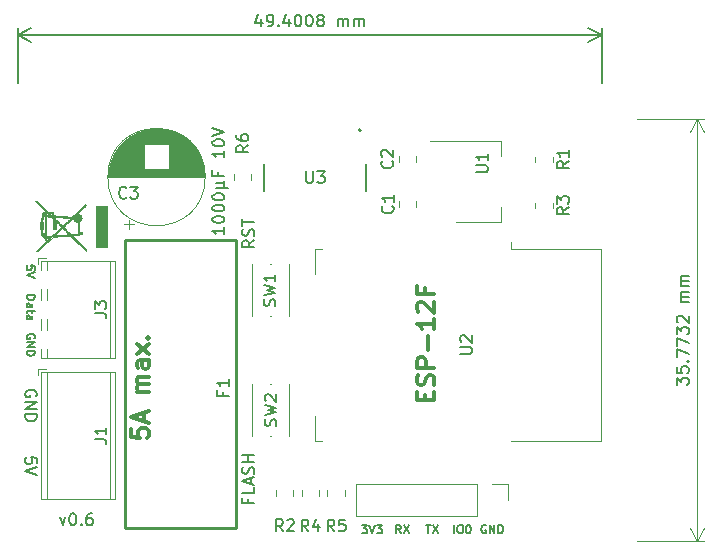
<source format=gto>
%TF.GenerationSoftware,KiCad,Pcbnew,(6.0.1)*%
%TF.CreationDate,2022-11-28T18:30:33+03:00*%
%TF.ProjectId,WS2812Controller,57533238-3132-4436-9f6e-74726f6c6c65,0.6*%
%TF.SameCoordinates,PX81390e0PY53ec600*%
%TF.FileFunction,Legend,Top*%
%TF.FilePolarity,Positive*%
%FSLAX46Y46*%
G04 Gerber Fmt 4.6, Leading zero omitted, Abs format (unit mm)*
G04 Created by KiCad (PCBNEW (6.0.1)) date 2022-11-28 18:30:33*
%MOMM*%
%LPD*%
G01*
G04 APERTURE LIST*
%ADD10C,0.150000*%
%ADD11C,0.300000*%
%ADD12C,0.375000*%
%ADD13C,0.120000*%
%ADD14C,0.010000*%
%ADD15C,0.254000*%
%ADD16C,0.127000*%
%ADD17C,0.200000*%
G04 APERTURE END LIST*
D10*
X-4745620Y7391581D02*
X-5221810Y7058248D01*
X-4745620Y6820153D02*
X-5745620Y6820153D01*
X-5745620Y7201105D01*
X-5698000Y7296343D01*
X-5650381Y7343962D01*
X-5555143Y7391581D01*
X-5412286Y7391581D01*
X-5317048Y7343962D01*
X-5269429Y7296343D01*
X-5221810Y7201105D01*
X-5221810Y6820153D01*
X-4793239Y7772534D02*
X-4745620Y7915391D01*
X-4745620Y8153486D01*
X-4793239Y8248724D01*
X-4840858Y8296343D01*
X-4936096Y8343962D01*
X-5031334Y8343962D01*
X-5126572Y8296343D01*
X-5174191Y8248724D01*
X-5221810Y8153486D01*
X-5269429Y7963010D01*
X-5317048Y7867772D01*
X-5364667Y7820153D01*
X-5459905Y7772534D01*
X-5555143Y7772534D01*
X-5650381Y7820153D01*
X-5698000Y7867772D01*
X-5745620Y7963010D01*
X-5745620Y8201105D01*
X-5698000Y8343962D01*
X-5745620Y8629677D02*
X-5745620Y9201105D01*
X-4745620Y8915391D02*
X-5745620Y8915391D01*
X-5269429Y-14528476D02*
X-5269429Y-14861809D01*
X-4745620Y-14861809D02*
X-5745620Y-14861809D01*
X-5745620Y-14385619D01*
X-4745620Y-13528476D02*
X-4745620Y-14004666D01*
X-5745620Y-14004666D01*
X-5031334Y-13242761D02*
X-5031334Y-12766571D01*
X-4745620Y-13338000D02*
X-5745620Y-13004666D01*
X-4745620Y-12671333D01*
X-4793239Y-12385619D02*
X-4745620Y-12242761D01*
X-4745620Y-12004666D01*
X-4793239Y-11909428D01*
X-4840858Y-11861809D01*
X-4936096Y-11814190D01*
X-5031334Y-11814190D01*
X-5126572Y-11861809D01*
X-5174191Y-11909428D01*
X-5221810Y-12004666D01*
X-5269429Y-12195142D01*
X-5317048Y-12290380D01*
X-5364667Y-12338000D01*
X-5459905Y-12385619D01*
X-5555143Y-12385619D01*
X-5650381Y-12338000D01*
X-5698000Y-12290380D01*
X-5745620Y-12195142D01*
X-5745620Y-11957047D01*
X-5698000Y-11814190D01*
X-4745620Y-11385619D02*
X-5745620Y-11385619D01*
X-5269429Y-11385619D02*
X-5269429Y-10814190D01*
X-4745620Y-10814190D02*
X-5745620Y-10814190D01*
X-7285620Y8501658D02*
X-7285620Y7930229D01*
X-7285620Y8215943D02*
X-8285620Y8215943D01*
X-8142762Y8120705D01*
X-8047524Y8025467D01*
X-7999905Y7930229D01*
X-8285620Y9120705D02*
X-8285620Y9215943D01*
X-8238000Y9311181D01*
X-8190381Y9358800D01*
X-8095143Y9406420D01*
X-7904667Y9454039D01*
X-7666572Y9454039D01*
X-7476096Y9406420D01*
X-7380858Y9358800D01*
X-7333239Y9311181D01*
X-7285620Y9215943D01*
X-7285620Y9120705D01*
X-7333239Y9025467D01*
X-7380858Y8977848D01*
X-7476096Y8930229D01*
X-7666572Y8882610D01*
X-7904667Y8882610D01*
X-8095143Y8930229D01*
X-8190381Y8977848D01*
X-8238000Y9025467D01*
X-8285620Y9120705D01*
X-8285620Y10073086D02*
X-8285620Y10168324D01*
X-8238000Y10263562D01*
X-8190381Y10311181D01*
X-8095143Y10358800D01*
X-7904667Y10406420D01*
X-7666572Y10406420D01*
X-7476096Y10358800D01*
X-7380858Y10311181D01*
X-7333239Y10263562D01*
X-7285620Y10168324D01*
X-7285620Y10073086D01*
X-7333239Y9977848D01*
X-7380858Y9930229D01*
X-7476096Y9882610D01*
X-7666572Y9834991D01*
X-7904667Y9834991D01*
X-8095143Y9882610D01*
X-8190381Y9930229D01*
X-8238000Y9977848D01*
X-8285620Y10073086D01*
X-8285620Y11025467D02*
X-8285620Y11120705D01*
X-8238000Y11215943D01*
X-8190381Y11263562D01*
X-8095143Y11311181D01*
X-7904667Y11358800D01*
X-7666572Y11358800D01*
X-7476096Y11311181D01*
X-7380858Y11263562D01*
X-7333239Y11215943D01*
X-7285620Y11120705D01*
X-7285620Y11025467D01*
X-7333239Y10930229D01*
X-7380858Y10882610D01*
X-7476096Y10834991D01*
X-7666572Y10787372D01*
X-7904667Y10787372D01*
X-8095143Y10834991D01*
X-8190381Y10882610D01*
X-8238000Y10930229D01*
X-8285620Y11025467D01*
X-7952286Y11787372D02*
X-6952286Y11787372D01*
X-7428477Y12263562D02*
X-7333239Y12311181D01*
X-7285620Y12406420D01*
X-7428477Y11787372D02*
X-7333239Y11834991D01*
X-7285620Y11930229D01*
X-7285620Y12120705D01*
X-7333239Y12215943D01*
X-7428477Y12263562D01*
X-7952286Y12263562D01*
X-7809429Y13168324D02*
X-7809429Y12834991D01*
X-7285620Y12834991D02*
X-8285620Y12834991D01*
X-8285620Y13311181D01*
X-7285620Y14977848D02*
X-7285620Y14406420D01*
X-7285620Y14692134D02*
X-8285620Y14692134D01*
X-8142762Y14596896D01*
X-8047524Y14501658D01*
X-7999905Y14406420D01*
X-8285620Y15596896D02*
X-8285620Y15692134D01*
X-8238000Y15787372D01*
X-8190381Y15834991D01*
X-8095143Y15882610D01*
X-7904667Y15930229D01*
X-7666572Y15930229D01*
X-7476096Y15882610D01*
X-7380858Y15834991D01*
X-7333239Y15787372D01*
X-7285620Y15692134D01*
X-7285620Y15596896D01*
X-7333239Y15501658D01*
X-7380858Y15454039D01*
X-7476096Y15406420D01*
X-7666572Y15358800D01*
X-7904667Y15358800D01*
X-8095143Y15406420D01*
X-8190381Y15454039D01*
X-8238000Y15501658D01*
X-8285620Y15596896D01*
X-8285620Y16215943D02*
X-7285620Y16549277D01*
X-8285620Y16882610D01*
X-23351640Y-915306D02*
X-23318307Y-848640D01*
X-23318307Y-748640D01*
X-23351640Y-648640D01*
X-23418307Y-581973D01*
X-23484974Y-548640D01*
X-23618307Y-515306D01*
X-23718307Y-515306D01*
X-23851640Y-548640D01*
X-23918307Y-581973D01*
X-23984974Y-648640D01*
X-24018307Y-748640D01*
X-24018307Y-815306D01*
X-23984974Y-915306D01*
X-23951640Y-948640D01*
X-23718307Y-948640D01*
X-23718307Y-815306D01*
X-24018307Y-1248640D02*
X-23318307Y-1248640D01*
X-24018307Y-1648640D01*
X-23318307Y-1648640D01*
X-24018307Y-1981973D02*
X-23318307Y-1981973D01*
X-23318307Y-2148640D01*
X-23351640Y-2248640D01*
X-23418307Y-2315306D01*
X-23484974Y-2348640D01*
X-23618307Y-2381973D01*
X-23718307Y-2381973D01*
X-23851640Y-2348640D01*
X-23918307Y-2315306D01*
X-23984974Y-2248640D01*
X-24018307Y-2148640D01*
X-24018307Y-1981973D01*
X-23318307Y4907694D02*
X-23318307Y5241027D01*
X-23651640Y5274360D01*
X-23618307Y5241027D01*
X-23584974Y5174360D01*
X-23584974Y5007694D01*
X-23618307Y4941027D01*
X-23651640Y4907694D01*
X-23718307Y4874360D01*
X-23884974Y4874360D01*
X-23951640Y4907694D01*
X-23984974Y4941027D01*
X-24018307Y5007694D01*
X-24018307Y5174360D01*
X-23984974Y5241027D01*
X-23951640Y5274360D01*
X-23318307Y4674360D02*
X-24018307Y4441027D01*
X-23318307Y4207694D01*
D11*
X-15163429Y-8565600D02*
X-15163429Y-9279885D01*
X-14449143Y-9351314D01*
X-14520572Y-9279885D01*
X-14592000Y-9137028D01*
X-14592000Y-8779885D01*
X-14520572Y-8637028D01*
X-14449143Y-8565600D01*
X-14306286Y-8494171D01*
X-13949143Y-8494171D01*
X-13806286Y-8565600D01*
X-13734858Y-8637028D01*
X-13663429Y-8779885D01*
X-13663429Y-9137028D01*
X-13734858Y-9279885D01*
X-13806286Y-9351314D01*
X-14092000Y-7922742D02*
X-14092000Y-7208457D01*
X-13663429Y-8065600D02*
X-15163429Y-7565600D01*
X-13663429Y-7065600D01*
X-13663429Y-5422742D02*
X-14663429Y-5422742D01*
X-14520572Y-5422742D02*
X-14592000Y-5351314D01*
X-14663429Y-5208457D01*
X-14663429Y-4994171D01*
X-14592000Y-4851314D01*
X-14449143Y-4779885D01*
X-13663429Y-4779885D01*
X-14449143Y-4779885D02*
X-14592000Y-4708457D01*
X-14663429Y-4565600D01*
X-14663429Y-4351314D01*
X-14592000Y-4208457D01*
X-14449143Y-4137028D01*
X-13663429Y-4137028D01*
X-13663429Y-2779885D02*
X-14449143Y-2779885D01*
X-14592000Y-2851314D01*
X-14663429Y-2994171D01*
X-14663429Y-3279885D01*
X-14592000Y-3422742D01*
X-13734858Y-2779885D02*
X-13663429Y-2922742D01*
X-13663429Y-3279885D01*
X-13734858Y-3422742D01*
X-13877715Y-3494171D01*
X-14020572Y-3494171D01*
X-14163429Y-3422742D01*
X-14234858Y-3279885D01*
X-14234858Y-2922742D01*
X-14306286Y-2779885D01*
X-13663429Y-2208457D02*
X-14663429Y-1422742D01*
X-14663429Y-2208457D02*
X-13663429Y-1422742D01*
X-13806286Y-851314D02*
X-13734858Y-779885D01*
X-13663429Y-851314D01*
X-13734858Y-922742D01*
X-13806286Y-851314D01*
X-13663429Y-851314D01*
D10*
X-24018307Y2743027D02*
X-23318307Y2743027D01*
X-23318307Y2576360D01*
X-23351640Y2476360D01*
X-23418307Y2409694D01*
X-23484974Y2376360D01*
X-23618307Y2343027D01*
X-23718307Y2343027D01*
X-23851640Y2376360D01*
X-23918307Y2409694D01*
X-23984974Y2476360D01*
X-24018307Y2576360D01*
X-24018307Y2743027D01*
X-24018307Y1743027D02*
X-23651640Y1743027D01*
X-23584974Y1776360D01*
X-23551640Y1843027D01*
X-23551640Y1976360D01*
X-23584974Y2043027D01*
X-23984974Y1743027D02*
X-24018307Y1809694D01*
X-24018307Y1976360D01*
X-23984974Y2043027D01*
X-23918307Y2076360D01*
X-23851640Y2076360D01*
X-23784974Y2043027D01*
X-23751640Y1976360D01*
X-23751640Y1809694D01*
X-23718307Y1743027D01*
X-23551640Y1509694D02*
X-23551640Y1243027D01*
X-23318307Y1409694D02*
X-23918307Y1409694D01*
X-23984974Y1376360D01*
X-24018307Y1309694D01*
X-24018307Y1243027D01*
X-24018307Y709694D02*
X-23651640Y709694D01*
X-23584974Y743027D01*
X-23551640Y809694D01*
X-23551640Y943027D01*
X-23584974Y1009694D01*
X-23984974Y709694D02*
X-24018307Y776360D01*
X-24018307Y943027D01*
X-23984974Y1009694D01*
X-23918307Y1043027D01*
X-23851640Y1043027D01*
X-23784974Y1009694D01*
X-23751640Y943027D01*
X-23751640Y776360D01*
X-23718307Y709694D01*
D12*
X9729117Y-6161234D02*
X9729117Y-5661234D01*
X10514831Y-5446948D02*
X10514831Y-6161234D01*
X9014831Y-6161234D01*
X9014831Y-5446948D01*
X10443402Y-4875520D02*
X10514831Y-4661234D01*
X10514831Y-4304091D01*
X10443402Y-4161234D01*
X10371974Y-4089805D01*
X10229117Y-4018377D01*
X10086260Y-4018377D01*
X9943402Y-4089805D01*
X9871974Y-4161234D01*
X9800545Y-4304091D01*
X9729117Y-4589805D01*
X9657688Y-4732662D01*
X9586260Y-4804091D01*
X9443402Y-4875520D01*
X9300545Y-4875520D01*
X9157688Y-4804091D01*
X9086260Y-4732662D01*
X9014831Y-4589805D01*
X9014831Y-4232662D01*
X9086260Y-4018377D01*
X10514831Y-3375520D02*
X9014831Y-3375520D01*
X9014831Y-2804091D01*
X9086260Y-2661234D01*
X9157688Y-2589805D01*
X9300545Y-2518377D01*
X9514831Y-2518377D01*
X9657688Y-2589805D01*
X9729117Y-2661234D01*
X9800545Y-2804091D01*
X9800545Y-3375520D01*
X9943402Y-1875520D02*
X9943402Y-732662D01*
X10514831Y767338D02*
X10514831Y-89805D01*
X10514831Y338766D02*
X9014831Y338766D01*
X9229117Y195909D01*
X9371974Y53052D01*
X9443402Y-89805D01*
X9157688Y1338766D02*
X9086260Y1410195D01*
X9014831Y1553052D01*
X9014831Y1910195D01*
X9086260Y2053052D01*
X9157688Y2124480D01*
X9300545Y2195909D01*
X9443402Y2195909D01*
X9657688Y2124480D01*
X10514831Y1267338D01*
X10514831Y2195909D01*
X9729117Y3338766D02*
X9729117Y2838766D01*
X10514831Y2838766D02*
X9014831Y2838766D01*
X9014831Y3553052D01*
D10*
X14862986Y-16750220D02*
X14796320Y-16716886D01*
X14696320Y-16716886D01*
X14596320Y-16750220D01*
X14529653Y-16816886D01*
X14496320Y-16883553D01*
X14462986Y-17016886D01*
X14462986Y-17116886D01*
X14496320Y-17250220D01*
X14529653Y-17316886D01*
X14596320Y-17383553D01*
X14696320Y-17416886D01*
X14762986Y-17416886D01*
X14862986Y-17383553D01*
X14896320Y-17350220D01*
X14896320Y-17116886D01*
X14762986Y-17116886D01*
X15196320Y-17416886D02*
X15196320Y-16716886D01*
X15596320Y-17416886D01*
X15596320Y-16716886D01*
X15929653Y-17416886D02*
X15929653Y-16716886D01*
X16096320Y-16716886D01*
X16196320Y-16750220D01*
X16262986Y-16816886D01*
X16296320Y-16883553D01*
X16329653Y-17016886D01*
X16329653Y-17116886D01*
X16296320Y-17250220D01*
X16262986Y-17316886D01*
X16196320Y-17383553D01*
X16096320Y-17416886D01*
X15929653Y-17416886D01*
X12156320Y-17416886D02*
X12156320Y-16716886D01*
X12622986Y-16716886D02*
X12756320Y-16716886D01*
X12822986Y-16750220D01*
X12889653Y-16816886D01*
X12922986Y-16950220D01*
X12922986Y-17183553D01*
X12889653Y-17316886D01*
X12822986Y-17383553D01*
X12756320Y-17416886D01*
X12622986Y-17416886D01*
X12556320Y-17383553D01*
X12489653Y-17316886D01*
X12456320Y-17183553D01*
X12456320Y-16950220D01*
X12489653Y-16816886D01*
X12556320Y-16750220D01*
X12622986Y-16716886D01*
X13356320Y-16716886D02*
X13422986Y-16716886D01*
X13489653Y-16750220D01*
X13522986Y-16783553D01*
X13556320Y-16850220D01*
X13589653Y-16983553D01*
X13589653Y-17150220D01*
X13556320Y-17283553D01*
X13522986Y-17350220D01*
X13489653Y-17383553D01*
X13422986Y-17416886D01*
X13356320Y-17416886D01*
X13289653Y-17383553D01*
X13256320Y-17350220D01*
X13222986Y-17283553D01*
X13189653Y-17150220D01*
X13189653Y-16983553D01*
X13222986Y-16850220D01*
X13256320Y-16783553D01*
X13289653Y-16750220D01*
X13356320Y-16716886D01*
X9782986Y-16716886D02*
X10182986Y-16716886D01*
X9982986Y-17416886D02*
X9982986Y-16716886D01*
X10349653Y-16716886D02*
X10816320Y-17416886D01*
X10816320Y-16716886D02*
X10349653Y-17416886D01*
X7659653Y-17416886D02*
X7426320Y-17083553D01*
X7259653Y-17416886D02*
X7259653Y-16716886D01*
X7526320Y-16716886D01*
X7592986Y-16750220D01*
X7626320Y-16783553D01*
X7659653Y-16850220D01*
X7659653Y-16950220D01*
X7626320Y-17016886D01*
X7592986Y-17050220D01*
X7526320Y-17083553D01*
X7259653Y-17083553D01*
X7892986Y-16716886D02*
X8359653Y-17416886D01*
X8359653Y-16716886D02*
X7892986Y-17416886D01*
X4369653Y-16716886D02*
X4802986Y-16716886D01*
X4569653Y-16983553D01*
X4669653Y-16983553D01*
X4736320Y-17016886D01*
X4769653Y-17050220D01*
X4802986Y-17116886D01*
X4802986Y-17283553D01*
X4769653Y-17350220D01*
X4736320Y-17383553D01*
X4669653Y-17416886D01*
X4469653Y-17416886D01*
X4402986Y-17383553D01*
X4369653Y-17350220D01*
X5002986Y-16716886D02*
X5236320Y-17416886D01*
X5469653Y-16716886D01*
X5636320Y-16716886D02*
X6069653Y-16716886D01*
X5836320Y-16983553D01*
X5936320Y-16983553D01*
X6002986Y-17016886D01*
X6036320Y-17050220D01*
X6069653Y-17116886D01*
X6069653Y-17283553D01*
X6036320Y-17350220D01*
X6002986Y-17383553D01*
X5936320Y-17416886D01*
X5736320Y-17416886D01*
X5669653Y-17383553D01*
X5636320Y-17350220D01*
X-21206172Y-16052714D02*
X-20968077Y-16719380D01*
X-20729981Y-16052714D01*
X-20158553Y-15719380D02*
X-20063315Y-15719380D01*
X-19968077Y-15767000D01*
X-19920458Y-15814619D01*
X-19872839Y-15909857D01*
X-19825220Y-16100333D01*
X-19825220Y-16338428D01*
X-19872839Y-16528904D01*
X-19920458Y-16624142D01*
X-19968077Y-16671761D01*
X-20063315Y-16719380D01*
X-20158553Y-16719380D01*
X-20253791Y-16671761D01*
X-20301410Y-16624142D01*
X-20349029Y-16528904D01*
X-20396648Y-16338428D01*
X-20396648Y-16100333D01*
X-20349029Y-15909857D01*
X-20301410Y-15814619D01*
X-20253791Y-15767000D01*
X-20158553Y-15719380D01*
X-19396648Y-16624142D02*
X-19349029Y-16671761D01*
X-19396648Y-16719380D01*
X-19444267Y-16671761D01*
X-19396648Y-16624142D01*
X-19396648Y-16719380D01*
X-18491886Y-15719380D02*
X-18682362Y-15719380D01*
X-18777600Y-15767000D01*
X-18825220Y-15814619D01*
X-18920458Y-15957476D01*
X-18968077Y-16147952D01*
X-18968077Y-16528904D01*
X-18920458Y-16624142D01*
X-18872839Y-16671761D01*
X-18777600Y-16719380D01*
X-18587124Y-16719380D01*
X-18491886Y-16671761D01*
X-18444267Y-16624142D01*
X-18396648Y-16528904D01*
X-18396648Y-16290809D01*
X-18444267Y-16195571D01*
X-18491886Y-16147952D01*
X-18587124Y-16100333D01*
X-18777600Y-16100333D01*
X-18872839Y-16147952D01*
X-18920458Y-16195571D01*
X-18968077Y-16290809D01*
X-23141581Y-11479123D02*
X-23141581Y-11002933D01*
X-23617772Y-10955314D01*
X-23570153Y-11002933D01*
X-23522534Y-11098171D01*
X-23522534Y-11336266D01*
X-23570153Y-11431504D01*
X-23617772Y-11479123D01*
X-23713010Y-11526742D01*
X-23951105Y-11526742D01*
X-24046343Y-11479123D01*
X-24093962Y-11431504D01*
X-24141581Y-11336266D01*
X-24141581Y-11098171D01*
X-24093962Y-11002933D01*
X-24046343Y-10955314D01*
X-23141581Y-11812457D02*
X-24141581Y-12145790D01*
X-23141581Y-12479123D01*
X-23189200Y-5827695D02*
X-23141581Y-5732457D01*
X-23141581Y-5589600D01*
X-23189200Y-5446742D01*
X-23284439Y-5351504D01*
X-23379677Y-5303885D01*
X-23570153Y-5256266D01*
X-23713010Y-5256266D01*
X-23903486Y-5303885D01*
X-23998724Y-5351504D01*
X-24093962Y-5446742D01*
X-24141581Y-5589600D01*
X-24141581Y-5684838D01*
X-24093962Y-5827695D01*
X-24046343Y-5875314D01*
X-23713010Y-5875314D01*
X-23713010Y-5684838D01*
X-24141581Y-6303885D02*
X-23141581Y-6303885D01*
X-24141581Y-6875314D01*
X-23141581Y-6875314D01*
X-24141581Y-7351504D02*
X-23141581Y-7351504D01*
X-23141581Y-7589600D01*
X-23189200Y-7732457D01*
X-23284439Y-7827695D01*
X-23379677Y-7875314D01*
X-23570153Y-7922933D01*
X-23713010Y-7922933D01*
X-23903486Y-7875314D01*
X-23998724Y-7827695D01*
X-24093962Y-7732457D01*
X-24141581Y-7589600D01*
X-24141581Y-7351504D01*
X31022780Y-4850326D02*
X31022780Y-4231279D01*
X31403733Y-4564612D01*
X31403733Y-4421755D01*
X31451352Y-4326517D01*
X31498971Y-4278898D01*
X31594209Y-4231279D01*
X31832304Y-4231279D01*
X31927542Y-4278898D01*
X31975161Y-4326517D01*
X32022780Y-4421755D01*
X32022780Y-4707469D01*
X31975161Y-4802707D01*
X31927542Y-4850326D01*
X31022780Y-3326517D02*
X31022780Y-3802707D01*
X31498971Y-3850326D01*
X31451352Y-3802707D01*
X31403733Y-3707469D01*
X31403733Y-3469374D01*
X31451352Y-3374136D01*
X31498971Y-3326517D01*
X31594209Y-3278898D01*
X31832304Y-3278898D01*
X31927542Y-3326517D01*
X31975161Y-3374136D01*
X32022780Y-3469374D01*
X32022780Y-3707469D01*
X31975161Y-3802707D01*
X31927542Y-3850326D01*
X31927542Y-2850326D02*
X31975161Y-2802707D01*
X32022780Y-2850326D01*
X31975161Y-2897945D01*
X31927542Y-2850326D01*
X32022780Y-2850326D01*
X31022780Y-2469374D02*
X31022780Y-1802707D01*
X32022780Y-2231279D01*
X31022780Y-1516993D02*
X31022780Y-850326D01*
X32022780Y-1278898D01*
X31022780Y-564612D02*
X31022780Y54436D01*
X31403733Y-278898D01*
X31403733Y-136040D01*
X31451352Y-40802D01*
X31498971Y6817D01*
X31594209Y54436D01*
X31832304Y54436D01*
X31927542Y6817D01*
X31975161Y-40802D01*
X32022780Y-136040D01*
X32022780Y-421755D01*
X31975161Y-516993D01*
X31927542Y-564612D01*
X31118019Y435388D02*
X31070400Y483007D01*
X31022780Y578245D01*
X31022780Y816340D01*
X31070400Y911579D01*
X31118019Y959198D01*
X31213257Y1006817D01*
X31308495Y1006817D01*
X31451352Y959198D01*
X32022780Y387769D01*
X32022780Y1006817D01*
X32022780Y2197293D02*
X31356114Y2197293D01*
X31451352Y2197293D02*
X31403733Y2244912D01*
X31356114Y2340150D01*
X31356114Y2483007D01*
X31403733Y2578245D01*
X31498971Y2625864D01*
X32022780Y2625864D01*
X31498971Y2625864D02*
X31403733Y2673483D01*
X31356114Y2768721D01*
X31356114Y2911579D01*
X31403733Y3006817D01*
X31498971Y3054436D01*
X32022780Y3054436D01*
X32022780Y3530626D02*
X31356114Y3530626D01*
X31451352Y3530626D02*
X31403733Y3578245D01*
X31356114Y3673483D01*
X31356114Y3816340D01*
X31403733Y3911579D01*
X31498971Y3959198D01*
X32022780Y3959198D01*
X31498971Y3959198D02*
X31403733Y4006817D01*
X31356114Y4102055D01*
X31356114Y4244912D01*
X31403733Y4340150D01*
X31498971Y4387769D01*
X32022780Y4387769D01*
D13*
X27660000Y-18070280D02*
X33306820Y-18070280D01*
X27660000Y17702960D02*
X33306820Y17702960D01*
X32720400Y-18070280D02*
X32720400Y17702960D01*
X32720400Y-18070280D02*
X32720400Y17702960D01*
X32720400Y-18070280D02*
X33306821Y-16943776D01*
X32720400Y-18070280D02*
X32133979Y-16943776D01*
X32720400Y17702960D02*
X32133979Y16576456D01*
X32720400Y17702960D02*
X33306821Y16576456D01*
D10*
X-4183238Y26164286D02*
X-4183238Y25497620D01*
X-4421333Y26545239D02*
X-4659428Y25830953D01*
X-4040380Y25830953D01*
X-3611809Y25497620D02*
X-3421333Y25497620D01*
X-3326095Y25545239D01*
X-3278476Y25592858D01*
X-3183238Y25735715D01*
X-3135619Y25926191D01*
X-3135619Y26307143D01*
X-3183238Y26402381D01*
X-3230857Y26450000D01*
X-3326095Y26497620D01*
X-3516571Y26497620D01*
X-3611809Y26450000D01*
X-3659428Y26402381D01*
X-3707047Y26307143D01*
X-3707047Y26069048D01*
X-3659428Y25973810D01*
X-3611809Y25926191D01*
X-3516571Y25878572D01*
X-3326095Y25878572D01*
X-3230857Y25926191D01*
X-3183238Y25973810D01*
X-3135619Y26069048D01*
X-2707047Y25592858D02*
X-2659428Y25545239D01*
X-2707047Y25497620D01*
X-2754666Y25545239D01*
X-2707047Y25592858D01*
X-2707047Y25497620D01*
X-1802285Y26164286D02*
X-1802285Y25497620D01*
X-2040380Y26545239D02*
X-2278476Y25830953D01*
X-1659428Y25830953D01*
X-1088000Y26497620D02*
X-992761Y26497620D01*
X-897523Y26450000D01*
X-849904Y26402381D01*
X-802285Y26307143D01*
X-754666Y26116667D01*
X-754666Y25878572D01*
X-802285Y25688096D01*
X-849904Y25592858D01*
X-897523Y25545239D01*
X-992761Y25497620D01*
X-1088000Y25497620D01*
X-1183238Y25545239D01*
X-1230857Y25592858D01*
X-1278476Y25688096D01*
X-1326095Y25878572D01*
X-1326095Y26116667D01*
X-1278476Y26307143D01*
X-1230857Y26402381D01*
X-1183238Y26450000D01*
X-1088000Y26497620D01*
X-135619Y26497620D02*
X-40380Y26497620D01*
X54858Y26450000D01*
X102477Y26402381D01*
X150096Y26307143D01*
X197715Y26116667D01*
X197715Y25878572D01*
X150096Y25688096D01*
X102477Y25592858D01*
X54858Y25545239D01*
X-40380Y25497620D01*
X-135619Y25497620D01*
X-230857Y25545239D01*
X-278476Y25592858D01*
X-326095Y25688096D01*
X-373714Y25878572D01*
X-373714Y26116667D01*
X-326095Y26307143D01*
X-278476Y26402381D01*
X-230857Y26450000D01*
X-135619Y26497620D01*
X769143Y26069048D02*
X673905Y26116667D01*
X626286Y26164286D01*
X578667Y26259524D01*
X578667Y26307143D01*
X626286Y26402381D01*
X673905Y26450000D01*
X769143Y26497620D01*
X959620Y26497620D01*
X1054858Y26450000D01*
X1102477Y26402381D01*
X1150096Y26307143D01*
X1150096Y26259524D01*
X1102477Y26164286D01*
X1054858Y26116667D01*
X959620Y26069048D01*
X769143Y26069048D01*
X673905Y26021429D01*
X626286Y25973810D01*
X578667Y25878572D01*
X578667Y25688096D01*
X626286Y25592858D01*
X673905Y25545239D01*
X769143Y25497620D01*
X959620Y25497620D01*
X1054858Y25545239D01*
X1102477Y25592858D01*
X1150096Y25688096D01*
X1150096Y25878572D01*
X1102477Y25973810D01*
X1054858Y26021429D01*
X959620Y26069048D01*
X2340572Y25497620D02*
X2340572Y26164286D01*
X2340572Y26069048D02*
X2388191Y26116667D01*
X2483429Y26164286D01*
X2626286Y26164286D01*
X2721524Y26116667D01*
X2769143Y26021429D01*
X2769143Y25497620D01*
X2769143Y26021429D02*
X2816762Y26116667D01*
X2912000Y26164286D01*
X3054858Y26164286D01*
X3150096Y26116667D01*
X3197715Y26021429D01*
X3197715Y25497620D01*
X3673905Y25497620D02*
X3673905Y26164286D01*
X3673905Y26069048D02*
X3721524Y26116667D01*
X3816762Y26164286D01*
X3959620Y26164286D01*
X4054858Y26116667D01*
X4102477Y26021429D01*
X4102477Y25497620D01*
X4102477Y26021429D02*
X4150096Y26116667D01*
X4245334Y26164286D01*
X4388191Y26164286D01*
X4483429Y26116667D01*
X4531048Y26021429D01*
X4531048Y25497620D01*
X24660000Y20702960D02*
X24660000Y25386420D01*
X-24740760Y20702960D02*
X-24740760Y25386420D01*
X24660000Y24800000D02*
X-24740760Y24800000D01*
X24660000Y24800000D02*
X-24740760Y24800000D01*
X24660000Y24800000D02*
X23533496Y25386421D01*
X24660000Y24800000D02*
X23533496Y24213579D01*
X-24740760Y24800000D02*
X-23614256Y24213579D01*
X-24740760Y24800000D02*
X-23614256Y25386421D01*
%TO.C,U1*%
X14015580Y13171696D02*
X14825104Y13171696D01*
X14920342Y13219315D01*
X14967961Y13266934D01*
X15015580Y13362172D01*
X15015580Y13552648D01*
X14967961Y13647886D01*
X14920342Y13695505D01*
X14825104Y13743124D01*
X14015580Y13743124D01*
X15015580Y14743124D02*
X15015580Y14171696D01*
X15015580Y14457410D02*
X14015580Y14457410D01*
X14158438Y14362172D01*
X14253676Y14266934D01*
X14301295Y14171696D01*
%TO.C,J3*%
X-18255120Y1215227D02*
X-17540834Y1215227D01*
X-17397977Y1167608D01*
X-17302739Y1072370D01*
X-17255120Y929513D01*
X-17255120Y834275D01*
X-18255120Y1596180D02*
X-18255120Y2215227D01*
X-17874167Y1881894D01*
X-17874167Y2024751D01*
X-17826548Y2119989D01*
X-17778929Y2167608D01*
X-17683691Y2215227D01*
X-17445596Y2215227D01*
X-17350358Y2167608D01*
X-17302739Y2119989D01*
X-17255120Y2024751D01*
X-17255120Y1739037D01*
X-17302739Y1643799D01*
X-17350358Y1596180D01*
%TO.C,J1*%
X-18255120Y-9462933D02*
X-17540834Y-9462933D01*
X-17397977Y-9510552D01*
X-17302739Y-9605790D01*
X-17255120Y-9748647D01*
X-17255120Y-9843885D01*
X-17255120Y-8462933D02*
X-17255120Y-9034361D01*
X-17255120Y-8748647D02*
X-18255120Y-8748647D01*
X-18112262Y-8843885D01*
X-18017024Y-8939123D01*
X-17969405Y-9034361D01*
%TO.C,U2*%
X12694780Y-2218704D02*
X13504304Y-2218704D01*
X13599542Y-2171085D01*
X13647161Y-2123466D01*
X13694780Y-2028228D01*
X13694780Y-1837752D01*
X13647161Y-1742514D01*
X13599542Y-1694895D01*
X13504304Y-1647276D01*
X12694780Y-1647276D01*
X12790019Y-1218704D02*
X12742400Y-1171085D01*
X12694780Y-1075847D01*
X12694780Y-837752D01*
X12742400Y-742514D01*
X12790019Y-694895D01*
X12885257Y-647276D01*
X12980495Y-647276D01*
X13123352Y-694895D01*
X13694780Y-1266323D01*
X13694780Y-647276D01*
%TO.C,R5*%
X2033333Y-17252380D02*
X1700000Y-16776190D01*
X1461904Y-17252380D02*
X1461904Y-16252380D01*
X1842857Y-16252380D01*
X1938095Y-16300000D01*
X1985714Y-16347619D01*
X2033333Y-16442857D01*
X2033333Y-16585714D01*
X1985714Y-16680952D01*
X1938095Y-16728571D01*
X1842857Y-16776190D01*
X1461904Y-16776190D01*
X2938095Y-16252380D02*
X2461904Y-16252380D01*
X2414285Y-16728571D01*
X2461904Y-16680952D01*
X2557142Y-16633333D01*
X2795238Y-16633333D01*
X2890476Y-16680952D01*
X2938095Y-16728571D01*
X2985714Y-16823809D01*
X2985714Y-17061904D01*
X2938095Y-17157142D01*
X2890476Y-17204761D01*
X2795238Y-17252380D01*
X2557142Y-17252380D01*
X2461904Y-17204761D01*
X2414285Y-17157142D01*
%TO.C,R1*%
X21875120Y14089514D02*
X21398930Y13756180D01*
X21875120Y13518085D02*
X20875120Y13518085D01*
X20875120Y13899038D01*
X20922740Y13994276D01*
X20970359Y14041895D01*
X21065597Y14089514D01*
X21208454Y14089514D01*
X21303692Y14041895D01*
X21351311Y13994276D01*
X21398930Y13899038D01*
X21398930Y13518085D01*
X21875120Y15041895D02*
X21875120Y14470466D01*
X21875120Y14756180D02*
X20875120Y14756180D01*
X21017978Y14660942D01*
X21113216Y14565704D01*
X21160835Y14470466D01*
%TO.C,R6*%
X-5247620Y15433334D02*
X-5723810Y15100000D01*
X-5247620Y14861905D02*
X-6247620Y14861905D01*
X-6247620Y15242858D01*
X-6200000Y15338096D01*
X-6152381Y15385715D01*
X-6057143Y15433334D01*
X-5914286Y15433334D01*
X-5819048Y15385715D01*
X-5771429Y15338096D01*
X-5723810Y15242858D01*
X-5723810Y14861905D01*
X-6247620Y16290477D02*
X-6247620Y16100000D01*
X-6200000Y16004762D01*
X-6152381Y15957143D01*
X-6009524Y15861905D01*
X-5819048Y15814286D01*
X-5438096Y15814286D01*
X-5342858Y15861905D01*
X-5295239Y15909524D01*
X-5247620Y16004762D01*
X-5247620Y16195239D01*
X-5295239Y16290477D01*
X-5342858Y16338096D01*
X-5438096Y16385715D01*
X-5676191Y16385715D01*
X-5771429Y16338096D01*
X-5819048Y16290477D01*
X-5866667Y16195239D01*
X-5866667Y16004762D01*
X-5819048Y15909524D01*
X-5771429Y15861905D01*
X-5676191Y15814286D01*
%TO.C,R2*%
X-2326667Y-17232380D02*
X-2660000Y-16756190D01*
X-2898096Y-17232380D02*
X-2898096Y-16232380D01*
X-2517143Y-16232380D01*
X-2421905Y-16280000D01*
X-2374286Y-16327619D01*
X-2326667Y-16422857D01*
X-2326667Y-16565714D01*
X-2374286Y-16660952D01*
X-2421905Y-16708571D01*
X-2517143Y-16756190D01*
X-2898096Y-16756190D01*
X-1945715Y-16327619D02*
X-1898096Y-16280000D01*
X-1802858Y-16232380D01*
X-1564762Y-16232380D01*
X-1469524Y-16280000D01*
X-1421905Y-16327619D01*
X-1374286Y-16422857D01*
X-1374286Y-16518095D01*
X-1421905Y-16660952D01*
X-1993334Y-17232380D01*
X-1374286Y-17232380D01*
%TO.C,F1*%
X-7421429Y-5435595D02*
X-7421429Y-5768928D01*
X-6897620Y-5768928D02*
X-7897620Y-5768928D01*
X-7897620Y-5292738D01*
X-6897620Y-4387976D02*
X-6897620Y-4959404D01*
X-6897620Y-4673690D02*
X-7897620Y-4673690D01*
X-7754762Y-4768928D01*
X-7659524Y-4864166D01*
X-7611905Y-4959404D01*
%TO.C,C1*%
X6957142Y10297294D02*
X7004761Y10249675D01*
X7052380Y10106818D01*
X7052380Y10011580D01*
X7004761Y9868722D01*
X6909523Y9773484D01*
X6814285Y9725865D01*
X6623809Y9678246D01*
X6480952Y9678246D01*
X6290476Y9725865D01*
X6195238Y9773484D01*
X6100000Y9868722D01*
X6052380Y10011580D01*
X6052380Y10106818D01*
X6100000Y10249675D01*
X6147619Y10297294D01*
X7052380Y11249675D02*
X7052380Y10678246D01*
X7052380Y10963960D02*
X6052380Y10963960D01*
X6195238Y10868722D01*
X6290476Y10773484D01*
X6338095Y10678246D01*
%TO.C,R3*%
X21877660Y10172834D02*
X21401470Y9839500D01*
X21877660Y9601405D02*
X20877660Y9601405D01*
X20877660Y9982358D01*
X20925280Y10077596D01*
X20972899Y10125215D01*
X21068137Y10172834D01*
X21210994Y10172834D01*
X21306232Y10125215D01*
X21353851Y10077596D01*
X21401470Y9982358D01*
X21401470Y9601405D01*
X20877660Y10506167D02*
X20877660Y11125215D01*
X21258613Y10791881D01*
X21258613Y10934739D01*
X21306232Y11029977D01*
X21353851Y11077596D01*
X21449089Y11125215D01*
X21687184Y11125215D01*
X21782422Y11077596D01*
X21830041Y11029977D01*
X21877660Y10934739D01*
X21877660Y10649024D01*
X21830041Y10553786D01*
X21782422Y10506167D01*
%TO.C,SW1*%
X-2995239Y1828127D02*
X-2947620Y1970984D01*
X-2947620Y2209080D01*
X-2995239Y2304318D01*
X-3042858Y2351937D01*
X-3138096Y2399556D01*
X-3233334Y2399556D01*
X-3328572Y2351937D01*
X-3376191Y2304318D01*
X-3423810Y2209080D01*
X-3471429Y2018603D01*
X-3519048Y1923365D01*
X-3566667Y1875746D01*
X-3661905Y1828127D01*
X-3757143Y1828127D01*
X-3852381Y1875746D01*
X-3900000Y1923365D01*
X-3947620Y2018603D01*
X-3947620Y2256699D01*
X-3900000Y2399556D01*
X-3947620Y2732889D02*
X-2947620Y2970984D01*
X-3661905Y3161460D01*
X-2947620Y3351937D01*
X-3947620Y3590032D01*
X-2947620Y4494794D02*
X-2947620Y3923365D01*
X-2947620Y4209080D02*
X-3947620Y4209080D01*
X-3804762Y4113841D01*
X-3709524Y4018603D01*
X-3661905Y3923365D01*
%TO.C,R4*%
X-166667Y-17252380D02*
X-500000Y-16776190D01*
X-738096Y-17252380D02*
X-738096Y-16252380D01*
X-357143Y-16252380D01*
X-261905Y-16300000D01*
X-214286Y-16347619D01*
X-166667Y-16442857D01*
X-166667Y-16585714D01*
X-214286Y-16680952D01*
X-261905Y-16728571D01*
X-357143Y-16776190D01*
X-738096Y-16776190D01*
X690476Y-16585714D02*
X690476Y-17252380D01*
X452380Y-16204761D02*
X214285Y-16919047D01*
X833333Y-16919047D01*
%TO.C,U3*%
X-361905Y13262020D02*
X-361905Y12452496D01*
X-314286Y12357258D01*
X-266667Y12309639D01*
X-171429Y12262020D01*
X19047Y12262020D01*
X114285Y12309639D01*
X161904Y12357258D01*
X209523Y12452496D01*
X209523Y13262020D01*
X590476Y13262020D02*
X1209523Y13262020D01*
X876190Y12881067D01*
X1019047Y12881067D01*
X1114285Y12833448D01*
X1161904Y12785829D01*
X1209523Y12690591D01*
X1209523Y12452496D01*
X1161904Y12357258D01*
X1114285Y12309639D01*
X1019047Y12262020D01*
X733333Y12262020D01*
X638095Y12309639D01*
X590476Y12357258D01*
%TO.C,SW2*%
X-2918399Y-8301393D02*
X-2870780Y-8158536D01*
X-2870780Y-7920440D01*
X-2918399Y-7825202D01*
X-2966018Y-7777583D01*
X-3061256Y-7729964D01*
X-3156494Y-7729964D01*
X-3251732Y-7777583D01*
X-3299351Y-7825202D01*
X-3346970Y-7920440D01*
X-3394589Y-8110917D01*
X-3442208Y-8206155D01*
X-3489827Y-8253774D01*
X-3585065Y-8301393D01*
X-3680303Y-8301393D01*
X-3775541Y-8253774D01*
X-3823160Y-8206155D01*
X-3870780Y-8110917D01*
X-3870780Y-7872821D01*
X-3823160Y-7729964D01*
X-3870780Y-7396631D02*
X-2870780Y-7158536D01*
X-3585065Y-6968060D01*
X-2870780Y-6777583D01*
X-3870780Y-6539488D01*
X-3775541Y-6206155D02*
X-3823160Y-6158536D01*
X-3870780Y-6063298D01*
X-3870780Y-5825202D01*
X-3823160Y-5729964D01*
X-3775541Y-5682345D01*
X-3680303Y-5634726D01*
X-3585065Y-5634726D01*
X-3442208Y-5682345D01*
X-2870780Y-6253774D01*
X-2870780Y-5634726D01*
%TO.C,C2*%
X6918282Y14107294D02*
X6965901Y14059675D01*
X7013520Y13916818D01*
X7013520Y13821580D01*
X6965901Y13678722D01*
X6870663Y13583484D01*
X6775425Y13535865D01*
X6584949Y13488246D01*
X6442092Y13488246D01*
X6251616Y13535865D01*
X6156378Y13583484D01*
X6061140Y13678722D01*
X6013520Y13821580D01*
X6013520Y13916818D01*
X6061140Y14059675D01*
X6108759Y14107294D01*
X6108759Y14488246D02*
X6061140Y14535865D01*
X6013520Y14631103D01*
X6013520Y14869199D01*
X6061140Y14964437D01*
X6108759Y15012056D01*
X6203997Y15059675D01*
X6299235Y15059675D01*
X6442092Y15012056D01*
X7013520Y14440627D01*
X7013520Y15059675D01*
%TO.C,C3*%
X-15566667Y11022858D02*
X-15614286Y10975239D01*
X-15757143Y10927620D01*
X-15852381Y10927620D01*
X-15995239Y10975239D01*
X-16090477Y11070477D01*
X-16138096Y11165715D01*
X-16185715Y11356191D01*
X-16185715Y11499048D01*
X-16138096Y11689524D01*
X-16090477Y11784762D01*
X-15995239Y11880000D01*
X-15852381Y11927620D01*
X-15757143Y11927620D01*
X-15614286Y11880000D01*
X-15566667Y11832381D01*
X-15233334Y11927620D02*
X-14614286Y11927620D01*
X-14947620Y11546667D01*
X-14804762Y11546667D01*
X-14709524Y11499048D01*
X-14661905Y11451429D01*
X-14614286Y11356191D01*
X-14614286Y11118096D01*
X-14661905Y11022858D01*
X-14709524Y10975239D01*
X-14804762Y10927620D01*
X-15090477Y10927620D01*
X-15185715Y10975239D01*
X-15233334Y11022858D01*
D13*
%TO.C,U1*%
X12360140Y8958960D02*
X16120140Y8958960D01*
X10110140Y15778960D02*
X16120140Y15778960D01*
X16120140Y15778960D02*
X16120140Y14518960D01*
X16120140Y8958960D02*
X16120140Y10218960D01*
%TO.C,J3*%
X-22336000Y5878400D02*
X-23076000Y5878400D01*
X-22276000Y748400D02*
X-22276000Y-211600D01*
X-22276000Y5638400D02*
X-22276000Y4868400D01*
X-16516000Y5638400D02*
X-22836000Y5638400D01*
X-22836000Y3288400D02*
X-22836000Y2328400D01*
X-16976000Y5638400D02*
X-16976000Y-2561600D01*
X-22836000Y748400D02*
X-22836000Y-211600D01*
X-22276000Y-1791600D02*
X-22276000Y-2561600D01*
X-16516000Y5638400D02*
X-16516000Y-2561600D01*
X-22836000Y5638400D02*
X-22836000Y4868400D01*
X-16516000Y-2561600D02*
X-22836000Y-2561600D01*
X-22276000Y3288400D02*
X-22276000Y2328400D01*
X-22836000Y-1791600D02*
X-22836000Y-2561600D01*
X-23076000Y5878400D02*
X-23076000Y5378400D01*
%TO.C,J1*%
X-22836000Y-3759600D02*
X-22836000Y-14499600D01*
X-16516000Y-14499600D02*
X-22836000Y-14499600D01*
X-16516000Y-3759600D02*
X-16516000Y-14499600D01*
X-22276000Y-3759600D02*
X-22276000Y-14499600D01*
X-16516000Y-3759600D02*
X-22836000Y-3759600D01*
X-16976000Y-3759600D02*
X-16976000Y-14499600D01*
X-23076000Y-3519600D02*
X-23076000Y-4019600D01*
X-22336000Y-3519600D02*
X-23076000Y-3519600D01*
%TO.C,U2*%
X24623260Y6642880D02*
X24623260Y-9597120D01*
X17003260Y6642880D02*
X24623260Y6642880D01*
X17003260Y6642880D02*
X17003260Y7252880D01*
X1003260Y-9597120D02*
X383260Y-9597120D01*
X24623260Y-9597120D02*
X17003260Y-9597120D01*
X383260Y-9597120D02*
X383260Y-7477120D01*
X383260Y4522880D02*
X383260Y6642880D01*
X383260Y6642880D02*
X1003260Y6642880D01*
%TO.C,J2*%
X15396320Y-13256460D02*
X16726320Y-13256460D01*
X16726320Y-13256460D02*
X16726320Y-14586460D01*
X14126320Y-13256460D02*
X3906320Y-13256460D01*
X3906320Y-13256460D02*
X3906320Y-15916460D01*
X14126320Y-13256460D02*
X14126320Y-15916460D01*
X14126320Y-15916460D02*
X3906320Y-15916460D01*
D14*
%TO.C,REF\u002A\u002A*%
X-17242378Y10322022D02*
X-17242378Y6801229D01*
X-17242378Y6801229D02*
X-18110002Y6801229D01*
X-18110002Y6801229D02*
X-18110002Y10322022D01*
X-18110002Y10322022D02*
X-17242378Y10322022D01*
X-17242378Y10322022D02*
X-17242378Y10322022D01*
G36*
X-17242378Y6801229D02*
G01*
X-18110002Y6801229D01*
X-18110002Y10322022D01*
X-17242378Y10322022D01*
X-17242378Y6801229D01*
G37*
X-17242378Y6801229D02*
X-18110002Y6801229D01*
X-18110002Y10322022D01*
X-17242378Y10322022D01*
X-17242378Y6801229D01*
X-23195352Y10698630D02*
X-23108269Y10698011D01*
X-23108269Y10698011D02*
X-22649309Y10246286D01*
X-22649309Y10246286D02*
X-22190348Y9794561D01*
X-22190348Y9794561D02*
X-21979729Y9794232D01*
X-21979729Y9794232D02*
X-21769111Y9793903D01*
X-21769111Y9793903D02*
X-21769111Y9518810D01*
X-21769111Y9518810D02*
X-21715670Y9511722D01*
X-21715670Y9511722D02*
X-21691312Y9509038D01*
X-21691312Y9509038D02*
X-21645441Y9504513D01*
X-21645441Y9504513D02*
X-21580795Y9498391D01*
X-21580795Y9498391D02*
X-21500109Y9490912D01*
X-21500109Y9490912D02*
X-21406119Y9482319D01*
X-21406119Y9482319D02*
X-21301563Y9472854D01*
X-21301563Y9472854D02*
X-21189175Y9462758D01*
X-21189175Y9462758D02*
X-21071693Y9452274D01*
X-21071693Y9452274D02*
X-20951852Y9441644D01*
X-20951852Y9441644D02*
X-20832389Y9431109D01*
X-20832389Y9431109D02*
X-20716041Y9420913D01*
X-20716041Y9420913D02*
X-20605543Y9411295D01*
X-20605543Y9411295D02*
X-20503631Y9402500D01*
X-20503631Y9402500D02*
X-20413042Y9394768D01*
X-20413042Y9394768D02*
X-20336513Y9388342D01*
X-20336513Y9388342D02*
X-20276779Y9383463D01*
X-20276779Y9383463D02*
X-20236576Y9380375D01*
X-20236576Y9380375D02*
X-20218641Y9379317D01*
X-20218641Y9379317D02*
X-20218556Y9379318D01*
X-20218556Y9379318D02*
X-20204165Y9387027D01*
X-20204165Y9387027D02*
X-20174452Y9410181D01*
X-20174452Y9410181D02*
X-20129069Y9449095D01*
X-20129069Y9449095D02*
X-20067671Y9504084D01*
X-20067671Y9504084D02*
X-19989912Y9575464D01*
X-19989912Y9575464D02*
X-19895446Y9663549D01*
X-19895446Y9663549D02*
X-19783928Y9768654D01*
X-19783928Y9768654D02*
X-19655012Y9891095D01*
X-19655012Y9891095D02*
X-19618913Y9925510D01*
X-19618913Y9925510D02*
X-19046784Y10471337D01*
X-19046784Y10471337D02*
X-18958764Y10383081D01*
X-18958764Y10383081D02*
X-19036442Y10311685D01*
X-19036442Y10311685D02*
X-19064514Y10285566D01*
X-19064514Y10285566D02*
X-19107926Y10244766D01*
X-19107926Y10244766D02*
X-19163834Y10191977D01*
X-19163834Y10191977D02*
X-19229392Y10129891D01*
X-19229392Y10129891D02*
X-19301759Y10061200D01*
X-19301759Y10061200D02*
X-19378088Y9988596D01*
X-19378088Y9988596D02*
X-19423676Y9945160D01*
X-19423676Y9945160D02*
X-19509081Y9863616D01*
X-19509081Y9863616D02*
X-19577490Y9797704D01*
X-19577490Y9797704D02*
X-19630147Y9745744D01*
X-19630147Y9745744D02*
X-19668295Y9706055D01*
X-19668295Y9706055D02*
X-19693180Y9676957D01*
X-19693180Y9676957D02*
X-19706044Y9656769D01*
X-19706044Y9656769D02*
X-19708132Y9643810D01*
X-19708132Y9643810D02*
X-19700687Y9636400D01*
X-19700687Y9636400D02*
X-19684954Y9632858D01*
X-19684954Y9632858D02*
X-19662177Y9631503D01*
X-19662177Y9631503D02*
X-19655961Y9631321D01*
X-19655961Y9631321D02*
X-19613139Y9621903D01*
X-19613139Y9621903D02*
X-19561381Y9598697D01*
X-19561381Y9598697D02*
X-19508872Y9566336D01*
X-19508872Y9566336D02*
X-19463797Y9529452D01*
X-19463797Y9529452D02*
X-19449872Y9514693D01*
X-19449872Y9514693D02*
X-19401153Y9438967D01*
X-19401153Y9438967D02*
X-19373894Y9350508D01*
X-19373894Y9350508D02*
X-19367427Y9272300D01*
X-19367427Y9272300D02*
X-19379624Y9183668D01*
X-19379624Y9183668D02*
X-19415387Y9101812D01*
X-19415387Y9101812D02*
X-19473478Y9029364D01*
X-19473478Y9029364D02*
X-19487938Y9015997D01*
X-19487938Y9015997D02*
X-19543467Y8967118D01*
X-19543467Y8967118D02*
X-19543467Y8121526D01*
X-19543467Y8121526D02*
X-19367427Y8121526D01*
X-19367427Y8121526D02*
X-19367427Y7895190D01*
X-19367427Y7895190D02*
X-19449669Y7895190D01*
X-19449669Y7895190D02*
X-19505814Y7892350D01*
X-19505814Y7892350D02*
X-19544784Y7882807D01*
X-19544784Y7882807D02*
X-19565981Y7871209D01*
X-19565981Y7871209D02*
X-19581148Y7862923D01*
X-19581148Y7862923D02*
X-19603138Y7855827D01*
X-19603138Y7855827D02*
X-19635213Y7849452D01*
X-19635213Y7849452D02*
X-19680631Y7843328D01*
X-19680631Y7843328D02*
X-19742652Y7836984D01*
X-19742652Y7836984D02*
X-19824538Y7829950D01*
X-19824538Y7829950D02*
X-19885454Y7825134D01*
X-19885454Y7825134D02*
X-20170857Y7803039D01*
X-20170857Y7803039D02*
X-19621395Y7260635D01*
X-19621395Y7260635D02*
X-19521972Y7162563D01*
X-19521972Y7162563D02*
X-19426385Y7068416D01*
X-19426385Y7068416D02*
X-19336390Y6979915D01*
X-19336390Y6979915D02*
X-19253743Y6898780D01*
X-19253743Y6898780D02*
X-19180199Y6826731D01*
X-19180199Y6826731D02*
X-19117516Y6765488D01*
X-19117516Y6765488D02*
X-19067448Y6716773D01*
X-19067448Y6716773D02*
X-19031752Y6682304D01*
X-19031752Y6682304D02*
X-19012205Y6663821D01*
X-19012205Y6663821D02*
X-18981256Y6633457D01*
X-18981256Y6633457D02*
X-18959670Y6608129D01*
X-18959670Y6608129D02*
X-18952477Y6594505D01*
X-18952477Y6594505D02*
X-18960903Y6577105D01*
X-18960903Y6577105D02*
X-18981955Y6551740D01*
X-18981955Y6551740D02*
X-18990529Y6543142D01*
X-18990529Y6543142D02*
X-19028580Y6506686D01*
X-19028580Y6506686D02*
X-19232542Y6707398D01*
X-19232542Y6707398D02*
X-19284501Y6758604D01*
X-19284501Y6758604D02*
X-19351380Y6824631D01*
X-19351380Y6824631D02*
X-19430250Y6902582D01*
X-19430250Y6902582D02*
X-19518186Y6989562D01*
X-19518186Y6989562D02*
X-19612259Y7082674D01*
X-19612259Y7082674D02*
X-19709542Y7179021D01*
X-19709542Y7179021D02*
X-19807107Y7275708D01*
X-19807107Y7275708D02*
X-19877055Y7345066D01*
X-19877055Y7345066D02*
X-19983650Y7450497D01*
X-19983650Y7450497D02*
X-20073893Y7539071D01*
X-20073893Y7539071D02*
X-20149008Y7611919D01*
X-20149008Y7611919D02*
X-20210214Y7670177D01*
X-20210214Y7670177D02*
X-20258734Y7714975D01*
X-20258734Y7714975D02*
X-20284071Y7737179D01*
X-20284071Y7737179D02*
X-20284071Y7915476D01*
X-20284071Y7915476D02*
X-19998645Y7937799D01*
X-19998645Y7937799D02*
X-19914981Y7944531D01*
X-19914981Y7944531D02*
X-19838473Y7951043D01*
X-19838473Y7951043D02*
X-19773119Y7956966D01*
X-19773119Y7956966D02*
X-19722919Y7961932D01*
X-19722919Y7961932D02*
X-19691871Y7965571D01*
X-19691871Y7965571D02*
X-19684927Y7966742D01*
X-19684927Y7966742D02*
X-19656635Y7973362D01*
X-19656635Y7973362D02*
X-19656635Y8922836D01*
X-19656635Y8922836D02*
X-19735594Y8929174D01*
X-19735594Y8929174D02*
X-19828885Y8948310D01*
X-19828885Y8948310D02*
X-19911409Y8988354D01*
X-19911409Y8988354D02*
X-19980162Y9046782D01*
X-19980162Y9046782D02*
X-20032137Y9121071D01*
X-20032137Y9121071D02*
X-20063337Y9204452D01*
X-20063337Y9204452D02*
X-20077972Y9231502D01*
X-20077972Y9231502D02*
X-20109381Y9245044D01*
X-20109381Y9245044D02*
X-20110766Y9245328D01*
X-20110766Y9245328D02*
X-20124026Y9246953D01*
X-20124026Y9246953D02*
X-20137605Y9244944D01*
X-20137605Y9244944D02*
X-20154019Y9237342D01*
X-20154019Y9237342D02*
X-20175789Y9222184D01*
X-20175789Y9222184D02*
X-20205433Y9197512D01*
X-20205433Y9197512D02*
X-20245468Y9161364D01*
X-20245468Y9161364D02*
X-20298415Y9111780D01*
X-20298415Y9111780D02*
X-20366791Y9046799D01*
X-20366791Y9046799D02*
X-20371195Y9042601D01*
X-20371195Y9042601D02*
X-20444589Y8972707D01*
X-20444589Y8972707D02*
X-20522763Y8898400D01*
X-20522763Y8898400D02*
X-20600336Y8824786D01*
X-20600336Y8824786D02*
X-20671925Y8756971D01*
X-20671925Y8756971D02*
X-20732149Y8700060D01*
X-20732149Y8700060D02*
X-20745613Y8687368D01*
X-20745613Y8687368D02*
X-20796380Y8638713D01*
X-20796380Y8638713D02*
X-20839825Y8595491D01*
X-20839825Y8595491D02*
X-20872959Y8560805D01*
X-20872959Y8560805D02*
X-20892795Y8537756D01*
X-20892795Y8537756D02*
X-20897154Y8530018D01*
X-20897154Y8530018D02*
X-20888030Y8518478D01*
X-20888030Y8518478D02*
X-20863000Y8491490D01*
X-20863000Y8491490D02*
X-20824148Y8451179D01*
X-20824148Y8451179D02*
X-20773557Y8399671D01*
X-20773557Y8399671D02*
X-20713312Y8339091D01*
X-20713312Y8339091D02*
X-20645496Y8271564D01*
X-20645496Y8271564D02*
X-20589635Y8216374D01*
X-20589635Y8216374D02*
X-20284071Y7915476D01*
X-20284071Y7915476D02*
X-20284071Y7737179D01*
X-20284071Y7737179D02*
X-20295789Y7747449D01*
X-20295789Y7747449D02*
X-20322601Y7768729D01*
X-20322601Y7768729D02*
X-20340392Y7779949D01*
X-20340392Y7779949D02*
X-20348630Y7782446D01*
X-20348630Y7782446D02*
X-20366610Y7781500D01*
X-20366610Y7781500D02*
X-20407308Y7778627D01*
X-20407308Y7778627D02*
X-20468381Y7774013D01*
X-20468381Y7774013D02*
X-20547487Y7767842D01*
X-20547487Y7767842D02*
X-20642286Y7760302D01*
X-20642286Y7760302D02*
X-20750433Y7751579D01*
X-20750433Y7751579D02*
X-20869588Y7741857D01*
X-20869588Y7741857D02*
X-20997409Y7731324D01*
X-20997409Y7731324D02*
X-21099565Y7722835D01*
X-21099565Y7722835D02*
X-21675526Y7674804D01*
X-21675526Y7674804D02*
X-21675526Y7798395D01*
X-21675526Y7798395D02*
X-21663096Y7798927D01*
X-21663096Y7798927D02*
X-21628090Y7801431D01*
X-21628090Y7801431D02*
X-21572985Y7805704D01*
X-21572985Y7805704D02*
X-21500257Y7811547D01*
X-21500257Y7811547D02*
X-21412386Y7818757D01*
X-21412386Y7818757D02*
X-21311849Y7827134D01*
X-21311849Y7827134D02*
X-21201123Y7836477D01*
X-21201123Y7836477D02*
X-21095995Y7845442D01*
X-21095995Y7845442D02*
X-20976717Y7855598D01*
X-20976717Y7855598D02*
X-20864120Y7865058D01*
X-20864120Y7865058D02*
X-20760895Y7873604D01*
X-20760895Y7873604D02*
X-20669727Y7881021D01*
X-20669727Y7881021D02*
X-20593305Y7887092D01*
X-20593305Y7887092D02*
X-20534317Y7891599D01*
X-20534317Y7891599D02*
X-20495451Y7894327D01*
X-20495451Y7894327D02*
X-20480356Y7895084D01*
X-20480356Y7895084D02*
X-20470962Y7896265D01*
X-20470962Y7896265D02*
X-20467234Y7900944D01*
X-20467234Y7900944D02*
X-20470729Y7910924D01*
X-20470729Y7910924D02*
X-20483001Y7928010D01*
X-20483001Y7928010D02*
X-20505606Y7954004D01*
X-20505606Y7954004D02*
X-20540100Y7990710D01*
X-20540100Y7990710D02*
X-20588038Y8039933D01*
X-20588038Y8039933D02*
X-20650976Y8103474D01*
X-20650976Y8103474D02*
X-20718232Y8170895D01*
X-20718232Y8170895D02*
X-20993723Y8446599D01*
X-20993723Y8446599D02*
X-20995794Y8444667D01*
X-20995794Y8444667D02*
X-20995794Y8626910D01*
X-20995794Y8626910D02*
X-20984420Y8635216D01*
X-20984420Y8635216D02*
X-20957637Y8658467D01*
X-20957637Y8658467D02*
X-20917908Y8694335D01*
X-20917908Y8694335D02*
X-20867693Y8740487D01*
X-20867693Y8740487D02*
X-20809454Y8794594D01*
X-20809454Y8794594D02*
X-20745653Y8854326D01*
X-20745653Y8854326D02*
X-20678751Y8917352D01*
X-20678751Y8917352D02*
X-20611210Y8981342D01*
X-20611210Y8981342D02*
X-20545490Y9043964D01*
X-20545490Y9043964D02*
X-20484054Y9102890D01*
X-20484054Y9102890D02*
X-20429363Y9155788D01*
X-20429363Y9155788D02*
X-20383878Y9200328D01*
X-20383878Y9200328D02*
X-20350062Y9234180D01*
X-20350062Y9234180D02*
X-20330374Y9255012D01*
X-20330374Y9255012D02*
X-20326363Y9260694D01*
X-20326363Y9260694D02*
X-20339309Y9262566D01*
X-20339309Y9262566D02*
X-20375066Y9266454D01*
X-20375066Y9266454D02*
X-20431396Y9272143D01*
X-20431396Y9272143D02*
X-20506060Y9279419D01*
X-20506060Y9279419D02*
X-20596820Y9288069D01*
X-20596820Y9288069D02*
X-20701438Y9297878D01*
X-20701438Y9297878D02*
X-20817674Y9308634D01*
X-20817674Y9308634D02*
X-20943292Y9320121D01*
X-20943292Y9320121D02*
X-21044582Y9329293D01*
X-21044582Y9329293D02*
X-21175921Y9341026D01*
X-21175921Y9341026D02*
X-21299648Y9351865D01*
X-21299648Y9351865D02*
X-21413519Y9361630D01*
X-21413519Y9361630D02*
X-21515289Y9370137D01*
X-21515289Y9370137D02*
X-21602713Y9377205D01*
X-21602713Y9377205D02*
X-21673547Y9382651D01*
X-21673547Y9382651D02*
X-21725547Y9386292D01*
X-21725547Y9386292D02*
X-21756468Y9387947D01*
X-21756468Y9387947D02*
X-21764497Y9387758D01*
X-21764497Y9387758D02*
X-21757346Y9377866D01*
X-21757346Y9377866D02*
X-21734359Y9352676D01*
X-21734359Y9352676D02*
X-21697761Y9314390D01*
X-21697761Y9314390D02*
X-21649778Y9265211D01*
X-21649778Y9265211D02*
X-21592634Y9207339D01*
X-21592634Y9207339D02*
X-21528553Y9142978D01*
X-21528553Y9142978D02*
X-21459762Y9074329D01*
X-21459762Y9074329D02*
X-21388484Y9003595D01*
X-21388484Y9003595D02*
X-21316945Y8932978D01*
X-21316945Y8932978D02*
X-21247370Y8864680D01*
X-21247370Y8864680D02*
X-21181983Y8800904D01*
X-21181983Y8800904D02*
X-21123009Y8743850D01*
X-21123009Y8743850D02*
X-21072673Y8695722D01*
X-21072673Y8695722D02*
X-21033201Y8658722D01*
X-21033201Y8658722D02*
X-21006817Y8635052D01*
X-21006817Y8635052D02*
X-20995794Y8626910D01*
X-20995794Y8626910D02*
X-20995794Y8444667D01*
X-20995794Y8444667D02*
X-21103905Y8343791D01*
X-21103905Y8343791D02*
X-21159823Y8291432D01*
X-21159823Y8291432D02*
X-21222252Y8232665D01*
X-21222252Y8232665D02*
X-21288757Y8169815D01*
X-21288757Y8169815D02*
X-21356902Y8105205D01*
X-21356902Y8105205D02*
X-21424252Y8041158D01*
X-21424252Y8041158D02*
X-21488372Y7979997D01*
X-21488372Y7979997D02*
X-21546828Y7924047D01*
X-21546828Y7924047D02*
X-21597182Y7875630D01*
X-21597182Y7875630D02*
X-21637002Y7837070D01*
X-21637002Y7837070D02*
X-21663850Y7810691D01*
X-21663850Y7810691D02*
X-21675292Y7798816D01*
X-21675292Y7798816D02*
X-21675526Y7798395D01*
X-21675526Y7798395D02*
X-21675526Y7674804D01*
X-21675526Y7674804D02*
X-21819474Y7662799D01*
X-21819474Y7662799D02*
X-22451042Y7062262D01*
X-22451042Y7062262D02*
X-23082611Y6461725D01*
X-23082611Y6461725D02*
X-23170885Y6462166D01*
X-23170885Y6462166D02*
X-23259160Y6462608D01*
X-23259160Y6462608D02*
X-23155534Y6559617D01*
X-23155534Y6559617D02*
X-23097737Y6613909D01*
X-23097737Y6613909D02*
X-23029832Y6678008D01*
X-23029832Y6678008D02*
X-22953628Y6750184D01*
X-22953628Y6750184D02*
X-22870931Y6828708D01*
X-22870931Y6828708D02*
X-22783547Y6911851D01*
X-22783547Y6911851D02*
X-22693285Y6997881D01*
X-22693285Y6997881D02*
X-22601950Y7085070D01*
X-22601950Y7085070D02*
X-22511351Y7171687D01*
X-22511351Y7171687D02*
X-22423293Y7256003D01*
X-22423293Y7256003D02*
X-22339585Y7336288D01*
X-22339585Y7336288D02*
X-22262033Y7410813D01*
X-22262033Y7410813D02*
X-22192443Y7477846D01*
X-22192443Y7477846D02*
X-22132624Y7535659D01*
X-22132624Y7535659D02*
X-22084382Y7582521D01*
X-22084382Y7582521D02*
X-22049524Y7616704D01*
X-22049524Y7616704D02*
X-22029857Y7636476D01*
X-22029857Y7636476D02*
X-22026084Y7640810D01*
X-22026084Y7640810D02*
X-22039208Y7641108D01*
X-22039208Y7641108D02*
X-22072811Y7639469D01*
X-22072811Y7639469D02*
X-22122320Y7636177D01*
X-22122320Y7636177D02*
X-22183163Y7631518D01*
X-22183163Y7631518D02*
X-22207468Y7629518D01*
X-22207468Y7629518D02*
X-22385249Y7614623D01*
X-22385249Y7614623D02*
X-22385249Y7731245D01*
X-22385249Y7731245D02*
X-22356957Y7737266D01*
X-22356957Y7737266D02*
X-22334582Y7740337D01*
X-22334582Y7740337D02*
X-22292483Y7744652D01*
X-22292483Y7744652D02*
X-22236022Y7749712D01*
X-22236022Y7749712D02*
X-22170565Y7755019D01*
X-22170565Y7755019D02*
X-22146338Y7756856D01*
X-22146338Y7756856D02*
X-22076779Y7762273D01*
X-22076779Y7762273D02*
X-22012182Y7767741D01*
X-22012182Y7767741D02*
X-21958652Y7772712D01*
X-21958652Y7772712D02*
X-21922290Y7776639D01*
X-21922290Y7776639D02*
X-21915691Y7777525D01*
X-21915691Y7777525D02*
X-21902144Y7780866D01*
X-21902144Y7780866D02*
X-21886286Y7788099D01*
X-21886286Y7788099D02*
X-21866339Y7800760D01*
X-21866339Y7800760D02*
X-21840527Y7820389D01*
X-21840527Y7820389D02*
X-21807071Y7848522D01*
X-21807071Y7848522D02*
X-21764193Y7886698D01*
X-21764193Y7886698D02*
X-21710117Y7936454D01*
X-21710117Y7936454D02*
X-21643064Y7999329D01*
X-21643064Y7999329D02*
X-21561257Y8076859D01*
X-21561257Y8076859D02*
X-21478250Y8155949D01*
X-21478250Y8155949D02*
X-21396106Y8234636D01*
X-21396106Y8234636D02*
X-21320031Y8308088D01*
X-21320031Y8308088D02*
X-21251875Y8374476D01*
X-21251875Y8374476D02*
X-21193488Y8431973D01*
X-21193488Y8431973D02*
X-21146719Y8478749D01*
X-21146719Y8478749D02*
X-21113418Y8512976D01*
X-21113418Y8512976D02*
X-21095433Y8532827D01*
X-21095433Y8532827D02*
X-21092758Y8537060D01*
X-21092758Y8537060D02*
X-21102459Y8548197D01*
X-21102459Y8548197D02*
X-21127759Y8574229D01*
X-21127759Y8574229D02*
X-21166118Y8612630D01*
X-21166118Y8612630D02*
X-21215000Y8660872D01*
X-21215000Y8660872D02*
X-21271866Y8716430D01*
X-21271866Y8716430D02*
X-21313294Y8756608D01*
X-21313294Y8756608D02*
X-21530200Y8966369D01*
X-21530200Y8966369D02*
X-21530200Y8347863D01*
X-21530200Y8347863D02*
X-21769111Y8347863D01*
X-21769111Y8347863D02*
X-21769111Y9102319D01*
X-21769111Y9102319D02*
X-21662658Y9102319D01*
X-21662658Y9102319D02*
X-21800546Y9240635D01*
X-21800546Y9240635D02*
X-21898360Y9338753D01*
X-21898360Y9338753D02*
X-21898360Y9529843D01*
X-21898360Y9529843D02*
X-21882930Y9531671D01*
X-21882930Y9531671D02*
X-21874333Y9540923D01*
X-21874333Y9540923D02*
X-21870587Y9563250D01*
X-21870587Y9563250D02*
X-21869711Y9604305D01*
X-21869711Y9604305D02*
X-21869705Y9611576D01*
X-21869705Y9611576D02*
X-21869705Y9693309D01*
X-21869705Y9693309D02*
X-22089028Y9693309D01*
X-22089028Y9693309D02*
X-22008021Y9611576D01*
X-22008021Y9611576D02*
X-21958772Y9565470D01*
X-21958772Y9565470D02*
X-21921041Y9537894D01*
X-21921041Y9537894D02*
X-21898360Y9529843D01*
X-21898360Y9529843D02*
X-21898360Y9338753D01*
X-21898360Y9338753D02*
X-21938434Y9378952D01*
X-21938434Y9378952D02*
X-22061248Y9378952D01*
X-22061248Y9378952D02*
X-22117750Y9379337D01*
X-22117750Y9379337D02*
X-22153695Y9381100D01*
X-22153695Y9381100D02*
X-22173670Y9385150D01*
X-22173670Y9385150D02*
X-22182263Y9392399D01*
X-22182263Y9392399D02*
X-22184061Y9403330D01*
X-22184061Y9403330D02*
X-22186702Y9415488D01*
X-22186702Y9415488D02*
X-22197288Y9424473D01*
X-22197288Y9424473D02*
X-22219819Y9431374D01*
X-22219819Y9431374D02*
X-22258291Y9437276D01*
X-22258291Y9437276D02*
X-22316702Y9443265D01*
X-22316702Y9443265D02*
X-22338096Y9445187D01*
X-22338096Y9445187D02*
X-22385249Y9449348D01*
X-22385249Y9449348D02*
X-22385249Y7731245D01*
X-22385249Y7731245D02*
X-22385249Y7614623D01*
X-22385249Y7614623D02*
X-22385249Y7455091D01*
X-22385249Y7455091D02*
X-22498418Y7455091D01*
X-22498418Y7455091D02*
X-22498418Y7522886D01*
X-22498418Y7522886D02*
X-22499504Y7562538D01*
X-22499504Y7562538D02*
X-22504746Y7584084D01*
X-22504746Y7584084D02*
X-22507866Y7586720D01*
X-22507866Y7586720D02*
X-22507866Y7725584D01*
X-22507866Y7725584D02*
X-22500738Y7732892D01*
X-22500738Y7732892D02*
X-22498538Y7758207D01*
X-22498538Y7758207D02*
X-22498418Y7775292D01*
X-22498418Y7775292D02*
X-22498418Y7832319D01*
X-22498418Y7832319D02*
X-22498418Y8044979D01*
X-22498418Y8044979D02*
X-22498418Y9459502D01*
X-22498418Y9459502D02*
X-22547414Y9411658D01*
X-22547414Y9411658D02*
X-22607876Y9337350D01*
X-22607876Y9337350D02*
X-22654509Y9245384D01*
X-22654509Y9245384D02*
X-22687951Y9134202D01*
X-22687951Y9134202D02*
X-22706447Y9023729D01*
X-22706447Y9023729D02*
X-22715078Y8951427D01*
X-22715078Y8951427D02*
X-22624160Y8951427D01*
X-22624160Y8951427D02*
X-22624160Y8373012D01*
X-22624160Y8373012D02*
X-22727307Y8373012D01*
X-22727307Y8373012D02*
X-22718704Y8288135D01*
X-22718704Y8288135D02*
X-22711444Y8228832D01*
X-22711444Y8228832D02*
X-22701821Y8165649D01*
X-22701821Y8165649D02*
X-22694948Y8127814D01*
X-22694948Y8127814D02*
X-22679793Y8052368D01*
X-22679793Y8052368D02*
X-22589105Y8048674D01*
X-22589105Y8048674D02*
X-22498418Y8044979D01*
X-22498418Y8044979D02*
X-22498418Y7832319D01*
X-22498418Y7832319D02*
X-22548715Y7832319D01*
X-22548715Y7832319D02*
X-22580224Y7830656D01*
X-22580224Y7830656D02*
X-22597737Y7826503D01*
X-22597737Y7826503D02*
X-22599012Y7824829D01*
X-22599012Y7824829D02*
X-22590946Y7806213D01*
X-22590946Y7806213D02*
X-22571380Y7779017D01*
X-22571380Y7779017D02*
X-22547256Y7751752D01*
X-22547256Y7751752D02*
X-22525518Y7732933D01*
X-22525518Y7732933D02*
X-22522692Y7731257D01*
X-22522692Y7731257D02*
X-22507866Y7725584D01*
X-22507866Y7725584D02*
X-22507866Y7586720D01*
X-22507866Y7586720D02*
X-22517119Y7594538D01*
X-22517119Y7594538D02*
X-22530596Y7598758D01*
X-22530596Y7598758D02*
X-22565573Y7615981D01*
X-22565573Y7615981D02*
X-22607621Y7649062D01*
X-22607621Y7649062D02*
X-22650844Y7692307D01*
X-22650844Y7692307D02*
X-22689346Y7740026D01*
X-22689346Y7740026D02*
X-22709399Y7771370D01*
X-22709399Y7771370D02*
X-22731349Y7807077D01*
X-22731349Y7807077D02*
X-22749789Y7825381D01*
X-22749789Y7825381D02*
X-22771532Y7831812D01*
X-22771532Y7831812D02*
X-22784482Y7832306D01*
X-22784482Y7832306D02*
X-22787625Y7832306D01*
X-22787625Y7832306D02*
X-22787625Y8473606D01*
X-22787625Y8473606D02*
X-22724754Y8473606D01*
X-22724754Y8473606D02*
X-22724754Y8850833D01*
X-22724754Y8850833D02*
X-22787625Y8850833D01*
X-22787625Y8850833D02*
X-22787625Y8473606D01*
X-22787625Y8473606D02*
X-22787625Y7832306D01*
X-22787625Y7832306D02*
X-22825348Y7832319D01*
X-22825348Y7832319D02*
X-22825348Y7938152D01*
X-22825348Y7938152D02*
X-22824171Y7986845D01*
X-22824171Y7986845D02*
X-22821035Y8024795D01*
X-22821035Y8024795D02*
X-22816529Y8045892D01*
X-22816529Y8045892D02*
X-22814705Y8048177D01*
X-22814705Y8048177D02*
X-22811905Y8061559D01*
X-22811905Y8061559D02*
X-22813052Y8094126D01*
X-22813052Y8094126D02*
X-22817807Y8140284D01*
X-22817807Y8140284D02*
X-22822197Y8171824D01*
X-22822197Y8171824D02*
X-22830822Y8229012D01*
X-22830822Y8229012D02*
X-22838609Y8281314D01*
X-22838609Y8281314D02*
X-22844353Y8320618D01*
X-22844353Y8320618D02*
X-22845985Y8332145D01*
X-22845985Y8332145D02*
X-22855312Y8362263D01*
X-22855312Y8362263D02*
X-22869928Y8373012D01*
X-22869928Y8373012D02*
X-22875880Y8376280D01*
X-22875880Y8376280D02*
X-22880422Y8387970D01*
X-22880422Y8387970D02*
X-22883730Y8410912D01*
X-22883730Y8410912D02*
X-22885985Y8447935D01*
X-22885985Y8447935D02*
X-22887366Y8501868D01*
X-22887366Y8501868D02*
X-22888050Y8575540D01*
X-22888050Y8575540D02*
X-22888220Y8662220D01*
X-22888220Y8662220D02*
X-22888123Y8754729D01*
X-22888123Y8754729D02*
X-22887670Y8825106D01*
X-22887670Y8825106D02*
X-22886610Y8876364D01*
X-22886610Y8876364D02*
X-22884697Y8911520D01*
X-22884697Y8911520D02*
X-22881681Y8933589D01*
X-22881681Y8933589D02*
X-22877315Y8945585D01*
X-22877315Y8945585D02*
X-22871351Y8950524D01*
X-22871351Y8950524D02*
X-22864416Y8951427D01*
X-22864416Y8951427D02*
X-22842405Y8959121D01*
X-22842405Y8959121D02*
X-22829879Y8984321D01*
X-22829879Y8984321D02*
X-22825412Y9030209D01*
X-22825412Y9030209D02*
X-22825348Y9038464D01*
X-22825348Y9038464D02*
X-22817332Y9116173D01*
X-22817332Y9116173D02*
X-22795264Y9204433D01*
X-22795264Y9204433D02*
X-22762116Y9295285D01*
X-22762116Y9295285D02*
X-22720861Y9380770D01*
X-22720861Y9380770D02*
X-22674469Y9452926D01*
X-22674469Y9452926D02*
X-22667118Y9462272D01*
X-22667118Y9462272D02*
X-22643202Y9492733D01*
X-22643202Y9492733D02*
X-22633624Y9510772D01*
X-22633624Y9510772D02*
X-22636720Y9523369D01*
X-22636720Y9523369D02*
X-22649496Y9536300D01*
X-22649496Y9536300D02*
X-22674522Y9574493D01*
X-22674522Y9574493D02*
X-22684129Y9624198D01*
X-22684129Y9624198D02*
X-22679133Y9677724D01*
X-22679133Y9677724D02*
X-22660349Y9727378D01*
X-22660349Y9727378D02*
X-22628594Y9765467D01*
X-22628594Y9765467D02*
X-22624903Y9768225D01*
X-22624903Y9768225D02*
X-22565625Y9796726D01*
X-22565625Y9796726D02*
X-22504266Y9802028D01*
X-22504266Y9802028D02*
X-22445773Y9784718D01*
X-22445773Y9784718D02*
X-22395096Y9745380D01*
X-22395096Y9745380D02*
X-22390911Y9740570D01*
X-22390911Y9740570D02*
X-22371033Y9712640D01*
X-22371033Y9712640D02*
X-22362279Y9684302D01*
X-22362279Y9684302D02*
X-22361647Y9644463D01*
X-22361647Y9644463D02*
X-22362208Y9634511D01*
X-22362208Y9634511D02*
X-22363638Y9595532D01*
X-22363638Y9595532D02*
X-22360361Y9575454D01*
X-22360361Y9575454D02*
X-22350472Y9568185D01*
X-22350472Y9568185D02*
X-22341239Y9567440D01*
X-22341239Y9567440D02*
X-22314456Y9565916D01*
X-22314456Y9565916D02*
X-22274175Y9562135D01*
X-22274175Y9562135D02*
X-22250076Y9559418D01*
X-22250076Y9559418D02*
X-22211799Y9555477D01*
X-22211799Y9555477D02*
X-22192204Y9557116D01*
X-22192204Y9557116D02*
X-22185042Y9566621D01*
X-22185042Y9566621D02*
X-22184061Y9583551D01*
X-22184061Y9583551D02*
X-22187299Y9593592D01*
X-22187299Y9593592D02*
X-22197780Y9609790D01*
X-22197780Y9609790D02*
X-22216652Y9633345D01*
X-22216652Y9633345D02*
X-22245065Y9665457D01*
X-22245065Y9665457D02*
X-22284165Y9707328D01*
X-22284165Y9707328D02*
X-22335103Y9760157D01*
X-22335103Y9760157D02*
X-22399027Y9825145D01*
X-22399027Y9825145D02*
X-22477086Y9903491D01*
X-22477086Y9903491D02*
X-22570428Y9996397D01*
X-22570428Y9996397D02*
X-22680202Y10105063D01*
X-22680202Y10105063D02*
X-22733248Y10157431D01*
X-22733248Y10157431D02*
X-23282433Y10699249D01*
X-23282433Y10699249D02*
X-23195352Y10698630D01*
X-23195352Y10698630D02*
X-23195352Y10698630D01*
G36*
X-22498418Y7455091D02*
G01*
X-22498418Y7522886D01*
X-22499504Y7562538D01*
X-22504746Y7584084D01*
X-22507866Y7586720D01*
X-22517119Y7594538D01*
X-22530596Y7598758D01*
X-22565573Y7615981D01*
X-22607621Y7649062D01*
X-22650844Y7692307D01*
X-22689346Y7740026D01*
X-22709399Y7771370D01*
X-22731349Y7807077D01*
X-22749233Y7824829D01*
X-22599012Y7824829D01*
X-22590946Y7806213D01*
X-22571380Y7779017D01*
X-22547256Y7751752D01*
X-22525518Y7732933D01*
X-22522692Y7731257D01*
X-22507866Y7725584D01*
X-22502344Y7731245D01*
X-22385249Y7731245D01*
X-22356957Y7737266D01*
X-22334582Y7740337D01*
X-22292483Y7744652D01*
X-22236022Y7749712D01*
X-22170565Y7755019D01*
X-22146338Y7756856D01*
X-22076779Y7762273D01*
X-22012182Y7767741D01*
X-21958652Y7772712D01*
X-21922290Y7776639D01*
X-21915691Y7777525D01*
X-21902144Y7780866D01*
X-21886286Y7788099D01*
X-21870065Y7798395D01*
X-21675526Y7798395D01*
X-21663096Y7798927D01*
X-21628090Y7801431D01*
X-21572985Y7805704D01*
X-21500257Y7811547D01*
X-21412386Y7818757D01*
X-21311849Y7827134D01*
X-21201123Y7836477D01*
X-21095995Y7845442D01*
X-20976717Y7855598D01*
X-20864120Y7865058D01*
X-20760895Y7873604D01*
X-20669727Y7881021D01*
X-20593305Y7887092D01*
X-20534317Y7891599D01*
X-20495451Y7894327D01*
X-20480356Y7895084D01*
X-20470962Y7896265D01*
X-20467234Y7900944D01*
X-20470729Y7910924D01*
X-20483001Y7928010D01*
X-20505606Y7954004D01*
X-20540100Y7990710D01*
X-20588038Y8039933D01*
X-20650976Y8103474D01*
X-20718232Y8170895D01*
X-20993723Y8446599D01*
X-20995794Y8444667D01*
X-21103905Y8343791D01*
X-21159823Y8291432D01*
X-21222252Y8232665D01*
X-21288757Y8169815D01*
X-21356902Y8105205D01*
X-21424252Y8041158D01*
X-21488372Y7979997D01*
X-21546828Y7924047D01*
X-21597182Y7875630D01*
X-21637002Y7837070D01*
X-21663850Y7810691D01*
X-21675292Y7798816D01*
X-21675526Y7798395D01*
X-21870065Y7798395D01*
X-21866339Y7800760D01*
X-21840527Y7820389D01*
X-21807071Y7848522D01*
X-21764193Y7886698D01*
X-21710117Y7936454D01*
X-21643064Y7999329D01*
X-21561257Y8076859D01*
X-21478250Y8155949D01*
X-21396106Y8234636D01*
X-21320031Y8308088D01*
X-21251875Y8374476D01*
X-21193488Y8431973D01*
X-21146719Y8478749D01*
X-21113418Y8512976D01*
X-21097978Y8530018D01*
X-20897154Y8530018D01*
X-20888030Y8518478D01*
X-20863000Y8491490D01*
X-20824148Y8451179D01*
X-20773557Y8399671D01*
X-20713312Y8339091D01*
X-20645496Y8271564D01*
X-20589635Y8216374D01*
X-20284071Y7915476D01*
X-19998645Y7937799D01*
X-19914981Y7944531D01*
X-19838473Y7951043D01*
X-19773119Y7956966D01*
X-19722919Y7961932D01*
X-19691871Y7965571D01*
X-19684927Y7966742D01*
X-19656635Y7973362D01*
X-19656635Y8922836D01*
X-19735594Y8929174D01*
X-19828885Y8948310D01*
X-19911409Y8988354D01*
X-19980162Y9046782D01*
X-20032137Y9121071D01*
X-20063337Y9204452D01*
X-20077972Y9231502D01*
X-20109381Y9245044D01*
X-20110766Y9245328D01*
X-20124026Y9246953D01*
X-20137605Y9244944D01*
X-20154019Y9237342D01*
X-20175789Y9222184D01*
X-20205433Y9197512D01*
X-20245468Y9161364D01*
X-20298415Y9111780D01*
X-20366791Y9046799D01*
X-20371195Y9042601D01*
X-20444589Y8972707D01*
X-20522763Y8898400D01*
X-20600336Y8824786D01*
X-20671925Y8756971D01*
X-20732149Y8700060D01*
X-20745613Y8687368D01*
X-20796380Y8638713D01*
X-20839825Y8595491D01*
X-20872959Y8560805D01*
X-20892795Y8537756D01*
X-20897154Y8530018D01*
X-21097978Y8530018D01*
X-21095433Y8532827D01*
X-21092758Y8537060D01*
X-21102459Y8548197D01*
X-21127759Y8574229D01*
X-21166118Y8612630D01*
X-21215000Y8660872D01*
X-21271866Y8716430D01*
X-21313294Y8756608D01*
X-21530200Y8966369D01*
X-21530200Y8347863D01*
X-21769111Y8347863D01*
X-21769111Y9102319D01*
X-21662658Y9102319D01*
X-21800546Y9240635D01*
X-21898360Y9338753D01*
X-21938434Y9378952D01*
X-22061248Y9378952D01*
X-22117750Y9379337D01*
X-22153695Y9381100D01*
X-22173670Y9385150D01*
X-22176762Y9387758D01*
X-21764497Y9387758D01*
X-21757346Y9377866D01*
X-21734359Y9352676D01*
X-21697761Y9314390D01*
X-21649778Y9265211D01*
X-21592634Y9207339D01*
X-21528553Y9142978D01*
X-21459762Y9074329D01*
X-21388484Y9003595D01*
X-21316945Y8932978D01*
X-21247370Y8864680D01*
X-21181983Y8800904D01*
X-21123009Y8743850D01*
X-21072673Y8695722D01*
X-21033201Y8658722D01*
X-21006817Y8635052D01*
X-20995794Y8626910D01*
X-20984420Y8635216D01*
X-20957637Y8658467D01*
X-20917908Y8694335D01*
X-20867693Y8740487D01*
X-20809454Y8794594D01*
X-20745653Y8854326D01*
X-20678751Y8917352D01*
X-20611210Y8981342D01*
X-20545490Y9043964D01*
X-20484054Y9102890D01*
X-20429363Y9155788D01*
X-20383878Y9200328D01*
X-20350062Y9234180D01*
X-20330374Y9255012D01*
X-20326363Y9260694D01*
X-20339309Y9262566D01*
X-20375066Y9266454D01*
X-20431396Y9272143D01*
X-20506060Y9279419D01*
X-20596820Y9288069D01*
X-20701438Y9297878D01*
X-20817674Y9308634D01*
X-20943292Y9320121D01*
X-21044582Y9329293D01*
X-21175921Y9341026D01*
X-21299648Y9351865D01*
X-21413519Y9361630D01*
X-21515289Y9370137D01*
X-21602713Y9377205D01*
X-21673547Y9382651D01*
X-21725547Y9386292D01*
X-21756468Y9387947D01*
X-21764497Y9387758D01*
X-22176762Y9387758D01*
X-22182263Y9392399D01*
X-22184061Y9403330D01*
X-22186702Y9415488D01*
X-22197288Y9424473D01*
X-22219819Y9431374D01*
X-22258291Y9437276D01*
X-22316702Y9443265D01*
X-22338096Y9445187D01*
X-22385249Y9449348D01*
X-22385249Y7731245D01*
X-22502344Y7731245D01*
X-22500738Y7732892D01*
X-22498538Y7758207D01*
X-22498418Y7775292D01*
X-22498418Y7832319D01*
X-22548715Y7832319D01*
X-22580224Y7830656D01*
X-22597737Y7826503D01*
X-22599012Y7824829D01*
X-22749233Y7824829D01*
X-22749789Y7825381D01*
X-22771532Y7831812D01*
X-22784482Y7832306D01*
X-22787625Y7832306D01*
X-22825348Y7832319D01*
X-22825348Y7938152D01*
X-22824171Y7986845D01*
X-22821035Y8024795D01*
X-22816529Y8045892D01*
X-22814705Y8048177D01*
X-22811905Y8061559D01*
X-22813052Y8094126D01*
X-22817807Y8140284D01*
X-22822197Y8171824D01*
X-22830822Y8229012D01*
X-22838609Y8281314D01*
X-22844353Y8320618D01*
X-22845985Y8332145D01*
X-22855312Y8362263D01*
X-22869928Y8373012D01*
X-22727307Y8373012D01*
X-22718704Y8288135D01*
X-22711444Y8228832D01*
X-22701821Y8165649D01*
X-22694948Y8127814D01*
X-22679793Y8052368D01*
X-22589105Y8048674D01*
X-22498418Y8044979D01*
X-22498418Y9459502D01*
X-22547414Y9411658D01*
X-22607876Y9337350D01*
X-22654509Y9245384D01*
X-22687951Y9134202D01*
X-22706447Y9023729D01*
X-22715078Y8951427D01*
X-22624160Y8951427D01*
X-22624160Y8373012D01*
X-22727307Y8373012D01*
X-22869928Y8373012D01*
X-22875880Y8376280D01*
X-22880422Y8387970D01*
X-22883730Y8410912D01*
X-22885985Y8447935D01*
X-22886642Y8473606D01*
X-22787625Y8473606D01*
X-22724754Y8473606D01*
X-22724754Y8850833D01*
X-22787625Y8850833D01*
X-22787625Y8473606D01*
X-22886642Y8473606D01*
X-22887366Y8501868D01*
X-22888050Y8575540D01*
X-22888220Y8662220D01*
X-22888123Y8754729D01*
X-22887670Y8825106D01*
X-22886610Y8876364D01*
X-22884697Y8911520D01*
X-22881681Y8933589D01*
X-22877315Y8945585D01*
X-22871351Y8950524D01*
X-22864416Y8951427D01*
X-22842405Y8959121D01*
X-22829879Y8984321D01*
X-22825412Y9030209D01*
X-22825348Y9038464D01*
X-22817332Y9116173D01*
X-22795264Y9204433D01*
X-22762116Y9295285D01*
X-22720861Y9380770D01*
X-22674469Y9452926D01*
X-22667118Y9462272D01*
X-22643202Y9492733D01*
X-22633624Y9510772D01*
X-22636720Y9523369D01*
X-22649496Y9536300D01*
X-22674522Y9574493D01*
X-22684129Y9624198D01*
X-22679133Y9677724D01*
X-22660349Y9727378D01*
X-22628594Y9765467D01*
X-22624903Y9768225D01*
X-22565625Y9796726D01*
X-22504266Y9802028D01*
X-22445773Y9784718D01*
X-22395096Y9745380D01*
X-22390911Y9740570D01*
X-22371033Y9712640D01*
X-22362279Y9684302D01*
X-22361647Y9644463D01*
X-22362208Y9634511D01*
X-22363638Y9595532D01*
X-22360361Y9575454D01*
X-22350472Y9568185D01*
X-22341239Y9567440D01*
X-22314456Y9565916D01*
X-22274175Y9562135D01*
X-22250076Y9559418D01*
X-22211799Y9555477D01*
X-22192204Y9557116D01*
X-22185042Y9566621D01*
X-22184061Y9583551D01*
X-22187299Y9593592D01*
X-22197780Y9609790D01*
X-22216652Y9633345D01*
X-22245065Y9665457D01*
X-22271074Y9693309D01*
X-22089028Y9693309D01*
X-22008021Y9611576D01*
X-21958772Y9565470D01*
X-21921041Y9537894D01*
X-21898360Y9529843D01*
X-21882930Y9531671D01*
X-21874333Y9540923D01*
X-21870587Y9563250D01*
X-21869711Y9604305D01*
X-21869705Y9611576D01*
X-21869705Y9693309D01*
X-22089028Y9693309D01*
X-22271074Y9693309D01*
X-22284165Y9707328D01*
X-22335103Y9760157D01*
X-22399027Y9825145D01*
X-22477086Y9903491D01*
X-22570428Y9996397D01*
X-22680202Y10105063D01*
X-22733248Y10157431D01*
X-23282433Y10699249D01*
X-23195352Y10698630D01*
X-23108269Y10698011D01*
X-22649309Y10246286D01*
X-22190348Y9794561D01*
X-21979729Y9794232D01*
X-21769111Y9793903D01*
X-21769111Y9518810D01*
X-21715670Y9511722D01*
X-21691312Y9509038D01*
X-21645441Y9504513D01*
X-21580795Y9498391D01*
X-21500109Y9490912D01*
X-21406119Y9482319D01*
X-21301563Y9472854D01*
X-21189175Y9462758D01*
X-21071693Y9452274D01*
X-20951852Y9441644D01*
X-20832389Y9431109D01*
X-20716041Y9420913D01*
X-20605543Y9411295D01*
X-20503631Y9402500D01*
X-20413042Y9394768D01*
X-20336513Y9388342D01*
X-20276779Y9383463D01*
X-20236576Y9380375D01*
X-20218641Y9379317D01*
X-20218556Y9379318D01*
X-20204165Y9387027D01*
X-20174452Y9410181D01*
X-20129069Y9449095D01*
X-20067671Y9504084D01*
X-19989912Y9575464D01*
X-19895446Y9663549D01*
X-19783928Y9768654D01*
X-19655012Y9891095D01*
X-19618913Y9925510D01*
X-19046784Y10471337D01*
X-18958764Y10383081D01*
X-19036442Y10311685D01*
X-19064514Y10285566D01*
X-19107926Y10244766D01*
X-19163834Y10191977D01*
X-19229392Y10129891D01*
X-19301759Y10061200D01*
X-19378088Y9988596D01*
X-19423676Y9945160D01*
X-19509081Y9863616D01*
X-19577490Y9797704D01*
X-19630147Y9745744D01*
X-19668295Y9706055D01*
X-19693180Y9676957D01*
X-19706044Y9656769D01*
X-19708132Y9643810D01*
X-19700687Y9636400D01*
X-19684954Y9632858D01*
X-19662177Y9631503D01*
X-19655961Y9631321D01*
X-19613139Y9621903D01*
X-19561381Y9598697D01*
X-19508872Y9566336D01*
X-19463797Y9529452D01*
X-19449872Y9514693D01*
X-19401153Y9438967D01*
X-19373894Y9350508D01*
X-19367427Y9272300D01*
X-19379624Y9183668D01*
X-19415387Y9101812D01*
X-19473478Y9029364D01*
X-19487938Y9015997D01*
X-19543467Y8967118D01*
X-19543467Y8121526D01*
X-19367427Y8121526D01*
X-19367427Y7895190D01*
X-19449669Y7895190D01*
X-19505814Y7892350D01*
X-19544784Y7882807D01*
X-19565981Y7871209D01*
X-19581148Y7862923D01*
X-19603138Y7855827D01*
X-19635213Y7849452D01*
X-19680631Y7843328D01*
X-19742652Y7836984D01*
X-19824538Y7829950D01*
X-19885454Y7825134D01*
X-20170857Y7803039D01*
X-19621395Y7260635D01*
X-19521972Y7162563D01*
X-19426385Y7068416D01*
X-19336390Y6979915D01*
X-19253743Y6898780D01*
X-19180199Y6826731D01*
X-19117516Y6765488D01*
X-19067448Y6716773D01*
X-19031752Y6682304D01*
X-19012205Y6663821D01*
X-18981256Y6633457D01*
X-18959670Y6608129D01*
X-18952477Y6594505D01*
X-18960903Y6577105D01*
X-18981955Y6551740D01*
X-18990529Y6543142D01*
X-19028580Y6506686D01*
X-19232542Y6707398D01*
X-19284501Y6758604D01*
X-19351380Y6824631D01*
X-19430250Y6902582D01*
X-19518186Y6989562D01*
X-19612259Y7082674D01*
X-19709542Y7179021D01*
X-19807107Y7275708D01*
X-19877055Y7345066D01*
X-19983650Y7450497D01*
X-20073893Y7539071D01*
X-20149008Y7611919D01*
X-20210214Y7670177D01*
X-20258734Y7714975D01*
X-20284071Y7737179D01*
X-20295789Y7747449D01*
X-20322601Y7768729D01*
X-20340392Y7779949D01*
X-20348630Y7782446D01*
X-20366610Y7781500D01*
X-20407308Y7778627D01*
X-20468381Y7774013D01*
X-20547487Y7767842D01*
X-20642286Y7760302D01*
X-20750433Y7751579D01*
X-20869588Y7741857D01*
X-20997409Y7731324D01*
X-21099565Y7722835D01*
X-21675526Y7674804D01*
X-21819474Y7662799D01*
X-22451042Y7062262D01*
X-23082611Y6461725D01*
X-23170885Y6462166D01*
X-23259160Y6462608D01*
X-23155534Y6559617D01*
X-23097737Y6613909D01*
X-23029832Y6678008D01*
X-22953628Y6750184D01*
X-22870931Y6828708D01*
X-22783547Y6911851D01*
X-22693285Y6997881D01*
X-22601950Y7085070D01*
X-22511351Y7171687D01*
X-22423293Y7256003D01*
X-22339585Y7336288D01*
X-22262033Y7410813D01*
X-22192443Y7477846D01*
X-22132624Y7535659D01*
X-22084382Y7582521D01*
X-22049524Y7616704D01*
X-22029857Y7636476D01*
X-22026084Y7640810D01*
X-22039208Y7641108D01*
X-22072811Y7639469D01*
X-22122320Y7636177D01*
X-22183163Y7631518D01*
X-22207468Y7629518D01*
X-22385249Y7614623D01*
X-22385249Y7455091D01*
X-22498418Y7455091D01*
G37*
X-22498418Y7455091D02*
X-22498418Y7522886D01*
X-22499504Y7562538D01*
X-22504746Y7584084D01*
X-22507866Y7586720D01*
X-22517119Y7594538D01*
X-22530596Y7598758D01*
X-22565573Y7615981D01*
X-22607621Y7649062D01*
X-22650844Y7692307D01*
X-22689346Y7740026D01*
X-22709399Y7771370D01*
X-22731349Y7807077D01*
X-22749233Y7824829D01*
X-22599012Y7824829D01*
X-22590946Y7806213D01*
X-22571380Y7779017D01*
X-22547256Y7751752D01*
X-22525518Y7732933D01*
X-22522692Y7731257D01*
X-22507866Y7725584D01*
X-22502344Y7731245D01*
X-22385249Y7731245D01*
X-22356957Y7737266D01*
X-22334582Y7740337D01*
X-22292483Y7744652D01*
X-22236022Y7749712D01*
X-22170565Y7755019D01*
X-22146338Y7756856D01*
X-22076779Y7762273D01*
X-22012182Y7767741D01*
X-21958652Y7772712D01*
X-21922290Y7776639D01*
X-21915691Y7777525D01*
X-21902144Y7780866D01*
X-21886286Y7788099D01*
X-21870065Y7798395D01*
X-21675526Y7798395D01*
X-21663096Y7798927D01*
X-21628090Y7801431D01*
X-21572985Y7805704D01*
X-21500257Y7811547D01*
X-21412386Y7818757D01*
X-21311849Y7827134D01*
X-21201123Y7836477D01*
X-21095995Y7845442D01*
X-20976717Y7855598D01*
X-20864120Y7865058D01*
X-20760895Y7873604D01*
X-20669727Y7881021D01*
X-20593305Y7887092D01*
X-20534317Y7891599D01*
X-20495451Y7894327D01*
X-20480356Y7895084D01*
X-20470962Y7896265D01*
X-20467234Y7900944D01*
X-20470729Y7910924D01*
X-20483001Y7928010D01*
X-20505606Y7954004D01*
X-20540100Y7990710D01*
X-20588038Y8039933D01*
X-20650976Y8103474D01*
X-20718232Y8170895D01*
X-20993723Y8446599D01*
X-20995794Y8444667D01*
X-21103905Y8343791D01*
X-21159823Y8291432D01*
X-21222252Y8232665D01*
X-21288757Y8169815D01*
X-21356902Y8105205D01*
X-21424252Y8041158D01*
X-21488372Y7979997D01*
X-21546828Y7924047D01*
X-21597182Y7875630D01*
X-21637002Y7837070D01*
X-21663850Y7810691D01*
X-21675292Y7798816D01*
X-21675526Y7798395D01*
X-21870065Y7798395D01*
X-21866339Y7800760D01*
X-21840527Y7820389D01*
X-21807071Y7848522D01*
X-21764193Y7886698D01*
X-21710117Y7936454D01*
X-21643064Y7999329D01*
X-21561257Y8076859D01*
X-21478250Y8155949D01*
X-21396106Y8234636D01*
X-21320031Y8308088D01*
X-21251875Y8374476D01*
X-21193488Y8431973D01*
X-21146719Y8478749D01*
X-21113418Y8512976D01*
X-21097978Y8530018D01*
X-20897154Y8530018D01*
X-20888030Y8518478D01*
X-20863000Y8491490D01*
X-20824148Y8451179D01*
X-20773557Y8399671D01*
X-20713312Y8339091D01*
X-20645496Y8271564D01*
X-20589635Y8216374D01*
X-20284071Y7915476D01*
X-19998645Y7937799D01*
X-19914981Y7944531D01*
X-19838473Y7951043D01*
X-19773119Y7956966D01*
X-19722919Y7961932D01*
X-19691871Y7965571D01*
X-19684927Y7966742D01*
X-19656635Y7973362D01*
X-19656635Y8922836D01*
X-19735594Y8929174D01*
X-19828885Y8948310D01*
X-19911409Y8988354D01*
X-19980162Y9046782D01*
X-20032137Y9121071D01*
X-20063337Y9204452D01*
X-20077972Y9231502D01*
X-20109381Y9245044D01*
X-20110766Y9245328D01*
X-20124026Y9246953D01*
X-20137605Y9244944D01*
X-20154019Y9237342D01*
X-20175789Y9222184D01*
X-20205433Y9197512D01*
X-20245468Y9161364D01*
X-20298415Y9111780D01*
X-20366791Y9046799D01*
X-20371195Y9042601D01*
X-20444589Y8972707D01*
X-20522763Y8898400D01*
X-20600336Y8824786D01*
X-20671925Y8756971D01*
X-20732149Y8700060D01*
X-20745613Y8687368D01*
X-20796380Y8638713D01*
X-20839825Y8595491D01*
X-20872959Y8560805D01*
X-20892795Y8537756D01*
X-20897154Y8530018D01*
X-21097978Y8530018D01*
X-21095433Y8532827D01*
X-21092758Y8537060D01*
X-21102459Y8548197D01*
X-21127759Y8574229D01*
X-21166118Y8612630D01*
X-21215000Y8660872D01*
X-21271866Y8716430D01*
X-21313294Y8756608D01*
X-21530200Y8966369D01*
X-21530200Y8347863D01*
X-21769111Y8347863D01*
X-21769111Y9102319D01*
X-21662658Y9102319D01*
X-21800546Y9240635D01*
X-21898360Y9338753D01*
X-21938434Y9378952D01*
X-22061248Y9378952D01*
X-22117750Y9379337D01*
X-22153695Y9381100D01*
X-22173670Y9385150D01*
X-22176762Y9387758D01*
X-21764497Y9387758D01*
X-21757346Y9377866D01*
X-21734359Y9352676D01*
X-21697761Y9314390D01*
X-21649778Y9265211D01*
X-21592634Y9207339D01*
X-21528553Y9142978D01*
X-21459762Y9074329D01*
X-21388484Y9003595D01*
X-21316945Y8932978D01*
X-21247370Y8864680D01*
X-21181983Y8800904D01*
X-21123009Y8743850D01*
X-21072673Y8695722D01*
X-21033201Y8658722D01*
X-21006817Y8635052D01*
X-20995794Y8626910D01*
X-20984420Y8635216D01*
X-20957637Y8658467D01*
X-20917908Y8694335D01*
X-20867693Y8740487D01*
X-20809454Y8794594D01*
X-20745653Y8854326D01*
X-20678751Y8917352D01*
X-20611210Y8981342D01*
X-20545490Y9043964D01*
X-20484054Y9102890D01*
X-20429363Y9155788D01*
X-20383878Y9200328D01*
X-20350062Y9234180D01*
X-20330374Y9255012D01*
X-20326363Y9260694D01*
X-20339309Y9262566D01*
X-20375066Y9266454D01*
X-20431396Y9272143D01*
X-20506060Y9279419D01*
X-20596820Y9288069D01*
X-20701438Y9297878D01*
X-20817674Y9308634D01*
X-20943292Y9320121D01*
X-21044582Y9329293D01*
X-21175921Y9341026D01*
X-21299648Y9351865D01*
X-21413519Y9361630D01*
X-21515289Y9370137D01*
X-21602713Y9377205D01*
X-21673547Y9382651D01*
X-21725547Y9386292D01*
X-21756468Y9387947D01*
X-21764497Y9387758D01*
X-22176762Y9387758D01*
X-22182263Y9392399D01*
X-22184061Y9403330D01*
X-22186702Y9415488D01*
X-22197288Y9424473D01*
X-22219819Y9431374D01*
X-22258291Y9437276D01*
X-22316702Y9443265D01*
X-22338096Y9445187D01*
X-22385249Y9449348D01*
X-22385249Y7731245D01*
X-22502344Y7731245D01*
X-22500738Y7732892D01*
X-22498538Y7758207D01*
X-22498418Y7775292D01*
X-22498418Y7832319D01*
X-22548715Y7832319D01*
X-22580224Y7830656D01*
X-22597737Y7826503D01*
X-22599012Y7824829D01*
X-22749233Y7824829D01*
X-22749789Y7825381D01*
X-22771532Y7831812D01*
X-22784482Y7832306D01*
X-22787625Y7832306D01*
X-22825348Y7832319D01*
X-22825348Y7938152D01*
X-22824171Y7986845D01*
X-22821035Y8024795D01*
X-22816529Y8045892D01*
X-22814705Y8048177D01*
X-22811905Y8061559D01*
X-22813052Y8094126D01*
X-22817807Y8140284D01*
X-22822197Y8171824D01*
X-22830822Y8229012D01*
X-22838609Y8281314D01*
X-22844353Y8320618D01*
X-22845985Y8332145D01*
X-22855312Y8362263D01*
X-22869928Y8373012D01*
X-22727307Y8373012D01*
X-22718704Y8288135D01*
X-22711444Y8228832D01*
X-22701821Y8165649D01*
X-22694948Y8127814D01*
X-22679793Y8052368D01*
X-22589105Y8048674D01*
X-22498418Y8044979D01*
X-22498418Y9459502D01*
X-22547414Y9411658D01*
X-22607876Y9337350D01*
X-22654509Y9245384D01*
X-22687951Y9134202D01*
X-22706447Y9023729D01*
X-22715078Y8951427D01*
X-22624160Y8951427D01*
X-22624160Y8373012D01*
X-22727307Y8373012D01*
X-22869928Y8373012D01*
X-22875880Y8376280D01*
X-22880422Y8387970D01*
X-22883730Y8410912D01*
X-22885985Y8447935D01*
X-22886642Y8473606D01*
X-22787625Y8473606D01*
X-22724754Y8473606D01*
X-22724754Y8850833D01*
X-22787625Y8850833D01*
X-22787625Y8473606D01*
X-22886642Y8473606D01*
X-22887366Y8501868D01*
X-22888050Y8575540D01*
X-22888220Y8662220D01*
X-22888123Y8754729D01*
X-22887670Y8825106D01*
X-22886610Y8876364D01*
X-22884697Y8911520D01*
X-22881681Y8933589D01*
X-22877315Y8945585D01*
X-22871351Y8950524D01*
X-22864416Y8951427D01*
X-22842405Y8959121D01*
X-22829879Y8984321D01*
X-22825412Y9030209D01*
X-22825348Y9038464D01*
X-22817332Y9116173D01*
X-22795264Y9204433D01*
X-22762116Y9295285D01*
X-22720861Y9380770D01*
X-22674469Y9452926D01*
X-22667118Y9462272D01*
X-22643202Y9492733D01*
X-22633624Y9510772D01*
X-22636720Y9523369D01*
X-22649496Y9536300D01*
X-22674522Y9574493D01*
X-22684129Y9624198D01*
X-22679133Y9677724D01*
X-22660349Y9727378D01*
X-22628594Y9765467D01*
X-22624903Y9768225D01*
X-22565625Y9796726D01*
X-22504266Y9802028D01*
X-22445773Y9784718D01*
X-22395096Y9745380D01*
X-22390911Y9740570D01*
X-22371033Y9712640D01*
X-22362279Y9684302D01*
X-22361647Y9644463D01*
X-22362208Y9634511D01*
X-22363638Y9595532D01*
X-22360361Y9575454D01*
X-22350472Y9568185D01*
X-22341239Y9567440D01*
X-22314456Y9565916D01*
X-22274175Y9562135D01*
X-22250076Y9559418D01*
X-22211799Y9555477D01*
X-22192204Y9557116D01*
X-22185042Y9566621D01*
X-22184061Y9583551D01*
X-22187299Y9593592D01*
X-22197780Y9609790D01*
X-22216652Y9633345D01*
X-22245065Y9665457D01*
X-22271074Y9693309D01*
X-22089028Y9693309D01*
X-22008021Y9611576D01*
X-21958772Y9565470D01*
X-21921041Y9537894D01*
X-21898360Y9529843D01*
X-21882930Y9531671D01*
X-21874333Y9540923D01*
X-21870587Y9563250D01*
X-21869711Y9604305D01*
X-21869705Y9611576D01*
X-21869705Y9693309D01*
X-22089028Y9693309D01*
X-22271074Y9693309D01*
X-22284165Y9707328D01*
X-22335103Y9760157D01*
X-22399027Y9825145D01*
X-22477086Y9903491D01*
X-22570428Y9996397D01*
X-22680202Y10105063D01*
X-22733248Y10157431D01*
X-23282433Y10699249D01*
X-23195352Y10698630D01*
X-23108269Y10698011D01*
X-22649309Y10246286D01*
X-22190348Y9794561D01*
X-21979729Y9794232D01*
X-21769111Y9793903D01*
X-21769111Y9518810D01*
X-21715670Y9511722D01*
X-21691312Y9509038D01*
X-21645441Y9504513D01*
X-21580795Y9498391D01*
X-21500109Y9490912D01*
X-21406119Y9482319D01*
X-21301563Y9472854D01*
X-21189175Y9462758D01*
X-21071693Y9452274D01*
X-20951852Y9441644D01*
X-20832389Y9431109D01*
X-20716041Y9420913D01*
X-20605543Y9411295D01*
X-20503631Y9402500D01*
X-20413042Y9394768D01*
X-20336513Y9388342D01*
X-20276779Y9383463D01*
X-20236576Y9380375D01*
X-20218641Y9379317D01*
X-20218556Y9379318D01*
X-20204165Y9387027D01*
X-20174452Y9410181D01*
X-20129069Y9449095D01*
X-20067671Y9504084D01*
X-19989912Y9575464D01*
X-19895446Y9663549D01*
X-19783928Y9768654D01*
X-19655012Y9891095D01*
X-19618913Y9925510D01*
X-19046784Y10471337D01*
X-18958764Y10383081D01*
X-19036442Y10311685D01*
X-19064514Y10285566D01*
X-19107926Y10244766D01*
X-19163834Y10191977D01*
X-19229392Y10129891D01*
X-19301759Y10061200D01*
X-19378088Y9988596D01*
X-19423676Y9945160D01*
X-19509081Y9863616D01*
X-19577490Y9797704D01*
X-19630147Y9745744D01*
X-19668295Y9706055D01*
X-19693180Y9676957D01*
X-19706044Y9656769D01*
X-19708132Y9643810D01*
X-19700687Y9636400D01*
X-19684954Y9632858D01*
X-19662177Y9631503D01*
X-19655961Y9631321D01*
X-19613139Y9621903D01*
X-19561381Y9598697D01*
X-19508872Y9566336D01*
X-19463797Y9529452D01*
X-19449872Y9514693D01*
X-19401153Y9438967D01*
X-19373894Y9350508D01*
X-19367427Y9272300D01*
X-19379624Y9183668D01*
X-19415387Y9101812D01*
X-19473478Y9029364D01*
X-19487938Y9015997D01*
X-19543467Y8967118D01*
X-19543467Y8121526D01*
X-19367427Y8121526D01*
X-19367427Y7895190D01*
X-19449669Y7895190D01*
X-19505814Y7892350D01*
X-19544784Y7882807D01*
X-19565981Y7871209D01*
X-19581148Y7862923D01*
X-19603138Y7855827D01*
X-19635213Y7849452D01*
X-19680631Y7843328D01*
X-19742652Y7836984D01*
X-19824538Y7829950D01*
X-19885454Y7825134D01*
X-20170857Y7803039D01*
X-19621395Y7260635D01*
X-19521972Y7162563D01*
X-19426385Y7068416D01*
X-19336390Y6979915D01*
X-19253743Y6898780D01*
X-19180199Y6826731D01*
X-19117516Y6765488D01*
X-19067448Y6716773D01*
X-19031752Y6682304D01*
X-19012205Y6663821D01*
X-18981256Y6633457D01*
X-18959670Y6608129D01*
X-18952477Y6594505D01*
X-18960903Y6577105D01*
X-18981955Y6551740D01*
X-18990529Y6543142D01*
X-19028580Y6506686D01*
X-19232542Y6707398D01*
X-19284501Y6758604D01*
X-19351380Y6824631D01*
X-19430250Y6902582D01*
X-19518186Y6989562D01*
X-19612259Y7082674D01*
X-19709542Y7179021D01*
X-19807107Y7275708D01*
X-19877055Y7345066D01*
X-19983650Y7450497D01*
X-20073893Y7539071D01*
X-20149008Y7611919D01*
X-20210214Y7670177D01*
X-20258734Y7714975D01*
X-20284071Y7737179D01*
X-20295789Y7747449D01*
X-20322601Y7768729D01*
X-20340392Y7779949D01*
X-20348630Y7782446D01*
X-20366610Y7781500D01*
X-20407308Y7778627D01*
X-20468381Y7774013D01*
X-20547487Y7767842D01*
X-20642286Y7760302D01*
X-20750433Y7751579D01*
X-20869588Y7741857D01*
X-20997409Y7731324D01*
X-21099565Y7722835D01*
X-21675526Y7674804D01*
X-21819474Y7662799D01*
X-22451042Y7062262D01*
X-23082611Y6461725D01*
X-23170885Y6462166D01*
X-23259160Y6462608D01*
X-23155534Y6559617D01*
X-23097737Y6613909D01*
X-23029832Y6678008D01*
X-22953628Y6750184D01*
X-22870931Y6828708D01*
X-22783547Y6911851D01*
X-22693285Y6997881D01*
X-22601950Y7085070D01*
X-22511351Y7171687D01*
X-22423293Y7256003D01*
X-22339585Y7336288D01*
X-22262033Y7410813D01*
X-22192443Y7477846D01*
X-22132624Y7535659D01*
X-22084382Y7582521D01*
X-22049524Y7616704D01*
X-22029857Y7636476D01*
X-22026084Y7640810D01*
X-22039208Y7641108D01*
X-22072811Y7639469D01*
X-22122320Y7636177D01*
X-22183163Y7631518D01*
X-22207468Y7629518D01*
X-22385249Y7614623D01*
X-22385249Y7455091D01*
X-22498418Y7455091D01*
D13*
%TO.C,R5*%
X2903000Y-14233464D02*
X2903000Y-13779336D01*
X1433000Y-14233464D02*
X1433000Y-13779336D01*
%TO.C,R1*%
X20507740Y14483244D02*
X20507740Y14029116D01*
X19037740Y14483244D02*
X19037740Y14029116D01*
%TO.C,R6*%
X-5021800Y12992264D02*
X-5021800Y12538136D01*
X-6491800Y12992264D02*
X-6491800Y12538136D01*
%TO.C,R2*%
X-1425160Y-13779336D02*
X-1425160Y-14233464D01*
X-2895160Y-13779336D02*
X-2895160Y-14233464D01*
D15*
%TO.C,F1*%
X-15650000Y-16958000D02*
X-15650000Y7442000D01*
X-6250000Y7442000D02*
X-6250000Y-16958000D01*
X-15650000Y7442000D02*
X-6250000Y7442000D01*
X-6250000Y-16958000D02*
X-15650000Y-16958000D01*
D13*
%TO.C,C1*%
X8976140Y10725212D02*
X8976140Y10202708D01*
X7506140Y10725212D02*
X7506140Y10202708D01*
%TO.C,R3*%
X19040280Y10566564D02*
X19040280Y10112436D01*
X20510280Y10566564D02*
X20510280Y10112436D01*
%TO.C,SW1*%
X-3309040Y5361460D02*
X-3409040Y5361460D01*
X-1809040Y961460D02*
X-1809040Y5361460D01*
X-3309040Y961460D02*
X-3409040Y961460D01*
X-4909040Y5361460D02*
X-4909040Y961460D01*
%TO.C,R4*%
X-731080Y-14233464D02*
X-731080Y-13779336D01*
X738920Y-14233464D02*
X738920Y-13779336D01*
D16*
%TO.C,U3*%
X-3925000Y13884400D02*
X-3925000Y11544400D01*
X4725000Y13884400D02*
X4725000Y11544400D01*
D17*
X4300000Y16714400D02*
G75*
G03*
X4300000Y16714400I-100000J0D01*
G01*
D13*
%TO.C,SW2*%
X-4911580Y-4768060D02*
X-4911580Y-9168060D01*
X-3411580Y-9168060D02*
X-3311580Y-9168060D01*
X-1811580Y-9168060D02*
X-1811580Y-4768060D01*
X-3411580Y-4768060D02*
X-3311580Y-4768060D01*
%TO.C,C2*%
X7506140Y14012708D02*
X7506140Y14535212D01*
X8976140Y14012708D02*
X8976140Y14535212D01*
%TO.C,C3*%
X-11980000Y14788349D02*
X-9480000Y14788349D01*
X-17088000Y13067349D02*
X-8952000Y13067349D01*
X-16909000Y13988349D02*
X-14060000Y13988349D01*
X-11980000Y15428349D02*
X-9930000Y15428349D01*
X-15624000Y15908349D02*
X-10416000Y15908349D01*
X-15525000Y15988349D02*
X-10515000Y15988349D01*
X-11980000Y14028349D02*
X-9143000Y14028349D01*
X-16039000Y15508349D02*
X-14060000Y15508349D01*
X-16706000Y14508349D02*
X-14060000Y14508349D01*
X-11980000Y15348349D02*
X-9864000Y15348349D01*
X-16075000Y15468349D02*
X-14060000Y15468349D01*
X-14249000Y16668349D02*
X-11791000Y16668349D01*
X-15307000Y16148349D02*
X-10733000Y16148349D01*
X-11980000Y13748349D02*
X-9063000Y13748349D01*
X-11980000Y13828349D02*
X-9084000Y13828349D01*
X-14473000Y16588349D02*
X-11567000Y16588349D01*
X-14751000Y16468349D02*
X-11289000Y16468349D01*
X-11980000Y15268349D02*
X-9800000Y15268349D01*
X-11980000Y14468349D02*
X-9316000Y14468349D01*
X-16412000Y15028349D02*
X-14060000Y15028349D01*
X-16003000Y15548349D02*
X-10037000Y15548349D01*
X-16582000Y14748349D02*
X-14060000Y14748349D01*
X-15576000Y15948349D02*
X-10464000Y15948349D01*
X-11980000Y15108349D02*
X-9682000Y15108349D01*
X-16537000Y14828349D02*
X-14060000Y14828349D01*
X-16329000Y15148349D02*
X-14060000Y15148349D01*
X-16810000Y14268349D02*
X-14060000Y14268349D01*
X-17057000Y13347349D02*
X-8983000Y13347349D01*
X-11980000Y14708349D02*
X-9436000Y14708349D01*
X-16870000Y14108349D02*
X-14060000Y14108349D01*
X-17014000Y13588349D02*
X-14060000Y13588349D01*
X-17097000Y12907349D02*
X-8943000Y12907349D01*
X-15927000Y15628349D02*
X-10113000Y15628349D01*
X-11980000Y14188349D02*
X-9199000Y14188349D01*
X-16956000Y13828349D02*
X-14060000Y13828349D01*
X-16977000Y13748349D02*
X-14060000Y13748349D01*
X-11980000Y14388349D02*
X-9280000Y14388349D01*
X-16987000Y13708349D02*
X-14060000Y13708349D01*
X-15671000Y15868349D02*
X-10369000Y15868349D01*
X-17068000Y13267349D02*
X-8972000Y13267349D01*
X-15717000Y15828349D02*
X-10323000Y15828349D01*
X-11980000Y15188349D02*
X-9740000Y15188349D01*
X-11980000Y14948349D02*
X-9576000Y14948349D01*
X-16760000Y14388349D02*
X-14060000Y14388349D01*
X-11980000Y15148349D02*
X-9711000Y15148349D01*
X-16626000Y14668349D02*
X-14060000Y14668349D01*
X-17085000Y13107349D02*
X-8955000Y13107349D01*
X-17062000Y13307349D02*
X-8978000Y13307349D01*
X-15804000Y15748349D02*
X-10236000Y15748349D01*
X-16647000Y14628349D02*
X-14060000Y14628349D01*
X-17091000Y13027349D02*
X-8949000Y13027349D01*
X-11980000Y14308349D02*
X-9246000Y14308349D01*
X-11980000Y14148349D02*
X-9185000Y14148349D01*
X-11980000Y13868349D02*
X-9095000Y13868349D01*
X-16209000Y15308349D02*
X-14060000Y15308349D01*
X-17100000Y12787349D02*
X-8940000Y12787349D01*
X-15761000Y15788349D02*
X-10279000Y15788349D01*
X-11980000Y14068349D02*
X-9157000Y14068349D01*
X-11980000Y14228349D02*
X-9215000Y14228349D01*
X-11980000Y13788349D02*
X-9073000Y13788349D01*
X-17081000Y13147349D02*
X-8959000Y13147349D01*
X-16144000Y15388349D02*
X-14060000Y15388349D01*
X-15335000Y8337651D02*
X-15335000Y9137651D01*
X-16240000Y15268349D02*
X-14060000Y15268349D01*
X-11980000Y15308349D02*
X-9831000Y15308349D01*
X-16897000Y14028349D02*
X-14060000Y14028349D01*
X-15248000Y16188349D02*
X-10792000Y16188349D01*
X-16110000Y15428349D02*
X-14060000Y15428349D01*
X-16270000Y15228349D02*
X-14060000Y15228349D01*
X-17050000Y13387349D02*
X-8990000Y13387349D01*
X-11980000Y14828349D02*
X-9503000Y14828349D01*
X-16855000Y14148349D02*
X-14060000Y14148349D01*
X-11980000Y13668349D02*
X-9044000Y13668349D01*
X-16464000Y14948349D02*
X-14060000Y14948349D01*
X-11980000Y14348349D02*
X-9263000Y14348349D01*
X-17022000Y13548349D02*
X-14060000Y13548349D01*
X-11980000Y14548349D02*
X-9354000Y14548349D01*
X-11980000Y15508349D02*
X-10001000Y15508349D01*
X-11980000Y14908349D02*
X-9551000Y14908349D01*
X-11980000Y13508349D02*
X-9010000Y13508349D01*
X-17072000Y13227349D02*
X-8968000Y13227349D01*
X-16922000Y13948349D02*
X-14060000Y13948349D01*
X-14665000Y16508349D02*
X-11375000Y16508349D01*
X-11980000Y13948349D02*
X-9118000Y13948349D01*
X-17096000Y12947349D02*
X-8944000Y12947349D01*
X-16777000Y14348349D02*
X-14060000Y14348349D01*
X-16667000Y14588349D02*
X-14060000Y14588349D01*
X-16794000Y14308349D02*
X-14060000Y14308349D01*
X-11980000Y14428349D02*
X-9298000Y14428349D01*
X-16742000Y14428349D02*
X-14060000Y14428349D01*
X-16967000Y13788349D02*
X-14060000Y13788349D01*
X-16825000Y14228349D02*
X-14060000Y14228349D01*
X-16489000Y14908349D02*
X-14060000Y14908349D01*
X-11980000Y14868349D02*
X-9527000Y14868349D01*
X-17099000Y12867349D02*
X-8941000Y12867349D01*
X-16724000Y14468349D02*
X-14060000Y14468349D01*
X-11980000Y13468349D02*
X-9003000Y13468349D01*
X-15054000Y16308349D02*
X-10986000Y16308349D01*
X-11980000Y13708349D02*
X-9053000Y13708349D01*
X-11980000Y14588349D02*
X-9373000Y14588349D01*
X-15420000Y16068349D02*
X-10620000Y16068349D01*
X-13968000Y16748349D02*
X-12072000Y16748349D01*
X-15186000Y16228349D02*
X-10854000Y16228349D01*
X-15965000Y15588349D02*
X-10075000Y15588349D01*
X-11980000Y15468349D02*
X-9965000Y15468349D01*
X-14118000Y16708349D02*
X-11922000Y16708349D01*
X-13553000Y16828349D02*
X-12487000Y16828349D01*
X-16945000Y13868349D02*
X-14060000Y13868349D01*
X-11980000Y13988349D02*
X-9131000Y13988349D01*
X-11980000Y14108349D02*
X-9170000Y14108349D01*
X-17005000Y13628349D02*
X-14060000Y13628349D01*
X-11980000Y14988349D02*
X-9602000Y14988349D01*
X-17100000Y12827349D02*
X-8940000Y12827349D01*
X-17044000Y13427349D02*
X-8996000Y13427349D01*
X-11980000Y14748349D02*
X-9458000Y14748349D01*
X-13788000Y16788349D02*
X-12252000Y16788349D01*
X-11980000Y13588349D02*
X-9026000Y13588349D01*
X-11980000Y14508349D02*
X-9334000Y14508349D01*
X-16841000Y14188349D02*
X-14060000Y14188349D01*
X-11980000Y13908349D02*
X-9106000Y13908349D01*
X-15122000Y16268349D02*
X-10918000Y16268349D01*
X-11980000Y15228349D02*
X-9770000Y15228349D01*
X-17030000Y13508349D02*
X-14060000Y13508349D01*
X-16996000Y13668349D02*
X-14060000Y13668349D01*
X-16176000Y15348349D02*
X-14060000Y15348349D01*
X-11980000Y13628349D02*
X-9035000Y13628349D01*
X-11980000Y15068349D02*
X-9655000Y15068349D01*
X-17094000Y12987349D02*
X-8946000Y12987349D01*
X-17077000Y13187349D02*
X-8963000Y13187349D01*
X-11980000Y14628349D02*
X-9393000Y14628349D01*
X-15365000Y16108349D02*
X-10675000Y16108349D01*
X-11980000Y14268349D02*
X-9230000Y14268349D01*
X-16438000Y14988349D02*
X-14060000Y14988349D01*
X-16385000Y15068349D02*
X-14060000Y15068349D01*
X-17037000Y13468349D02*
X-14060000Y13468349D01*
X-15735000Y8737651D02*
X-14935000Y8737651D01*
X-16560000Y14788349D02*
X-14060000Y14788349D01*
X-16604000Y14708349D02*
X-14060000Y14708349D01*
X-11980000Y13548349D02*
X-9018000Y13548349D01*
X-14572000Y16548349D02*
X-11468000Y16548349D01*
X-14984000Y16348349D02*
X-11056000Y16348349D01*
X-16686000Y14548349D02*
X-14060000Y14548349D01*
X-16513000Y14868349D02*
X-14060000Y14868349D01*
X-15474000Y16028349D02*
X-10566000Y16028349D01*
X-11980000Y14668349D02*
X-9414000Y14668349D01*
X-16883000Y14068349D02*
X-14060000Y14068349D01*
X-11980000Y15028349D02*
X-9628000Y15028349D01*
X-15887000Y15668349D02*
X-10153000Y15668349D01*
X-14833000Y16428349D02*
X-11207000Y16428349D01*
X-16300000Y15188349D02*
X-14060000Y15188349D01*
X-17100000Y12747349D02*
X-8940000Y12747349D01*
X-11980000Y15388349D02*
X-9896000Y15388349D01*
X-16934000Y13908349D02*
X-14060000Y13908349D01*
X-16358000Y15108349D02*
X-14060000Y15108349D01*
X-14910000Y16388349D02*
X-11130000Y16388349D01*
X-15846000Y15708349D02*
X-10194000Y15708349D01*
X-14366000Y16628349D02*
X-11674000Y16628349D01*
X-8900000Y12747349D02*
G75*
G03*
X-8900000Y12747349I-4120000J0D01*
G01*
%TD*%
M02*

</source>
